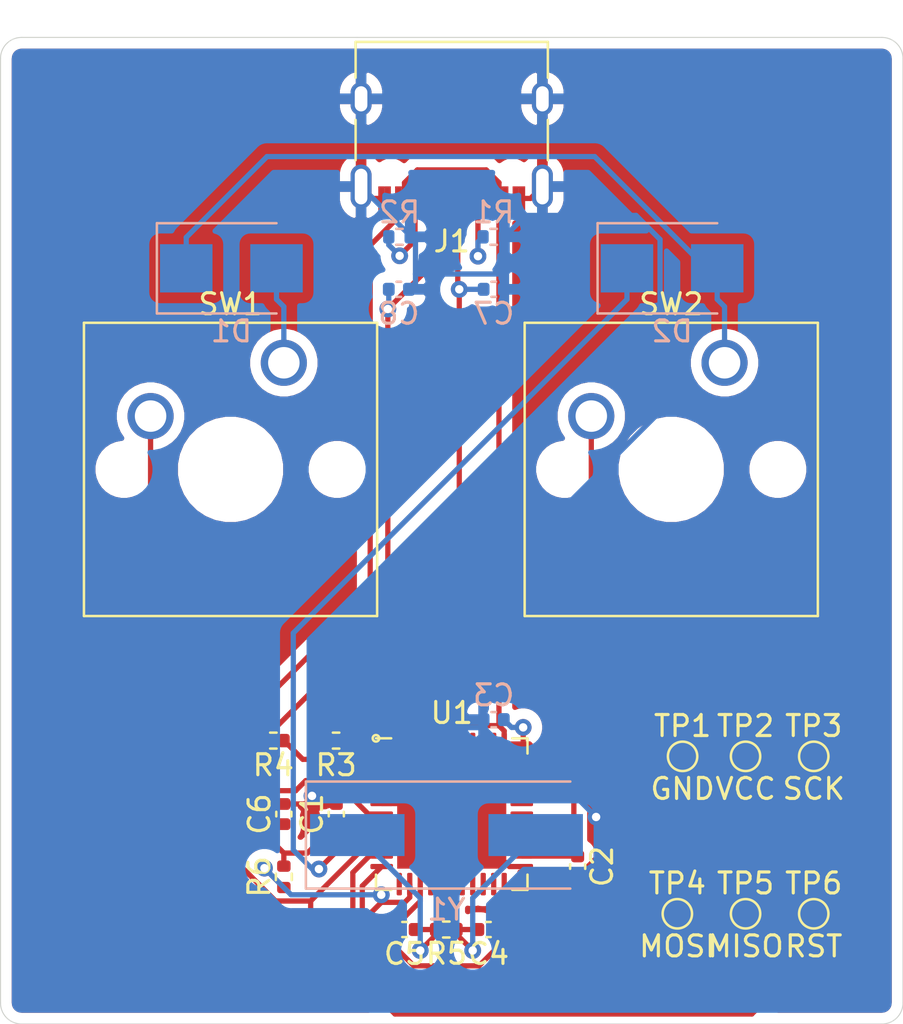
<source format=kicad_pcb>
(kicad_pcb (version 20171130) (host pcbnew "(5.1.12)-1")

  (general
    (thickness 1.6)
    (drawings 10)
    (tracks 251)
    (zones 0)
    (modules 27)
    (nets 44)
  )

  (page A4)
  (title_block
    (title "BKLabs 2x")
    (date 2024-06-22)
    (rev 1.0)
  )

  (layers
    (0 F.Cu signal)
    (31 B.Cu signal)
    (32 B.Adhes user)
    (33 F.Adhes user)
    (34 B.Paste user)
    (35 F.Paste user)
    (36 B.SilkS user)
    (37 F.SilkS user)
    (38 B.Mask user)
    (39 F.Mask user)
    (40 Dwgs.User user)
    (41 Cmts.User user)
    (42 Eco1.User user)
    (43 Eco2.User user)
    (44 Edge.Cuts user)
    (45 Margin user)
    (46 B.CrtYd user)
    (47 F.CrtYd user)
    (48 B.Fab user)
    (49 F.Fab user)
  )

  (setup
    (last_trace_width 0.25)
    (trace_clearance 0.2)
    (zone_clearance 0.508)
    (zone_45_only no)
    (trace_min 0.2)
    (via_size 0.8)
    (via_drill 0.4)
    (via_min_size 0.4)
    (via_min_drill 0.3)
    (uvia_size 0.3)
    (uvia_drill 0.1)
    (uvias_allowed no)
    (uvia_min_size 0.2)
    (uvia_min_drill 0.1)
    (edge_width 0.05)
    (segment_width 0.2)
    (pcb_text_width 0.3)
    (pcb_text_size 1.5 1.5)
    (mod_edge_width 0.12)
    (mod_text_size 1 1)
    (mod_text_width 0.15)
    (pad_size 1.524 1.524)
    (pad_drill 0.762)
    (pad_to_mask_clearance 0)
    (aux_axis_origin 0 0)
    (visible_elements 7FFFFFFF)
    (pcbplotparams
      (layerselection 0x010fc_ffffffff)
      (usegerberextensions false)
      (usegerberattributes true)
      (usegerberadvancedattributes true)
      (creategerberjobfile true)
      (excludeedgelayer true)
      (linewidth 0.100000)
      (plotframeref false)
      (viasonmask false)
      (mode 1)
      (useauxorigin false)
      (hpglpennumber 1)
      (hpglpenspeed 20)
      (hpglpendiameter 15.000000)
      (psnegative false)
      (psa4output false)
      (plotreference true)
      (plotvalue true)
      (plotinvisibletext false)
      (padsonsilk false)
      (subtractmaskfromsilk false)
      (outputformat 1)
      (mirror false)
      (drillshape 0)
      (scaleselection 1)
      (outputdirectory ""))
  )

  (net 0 "")
  (net 1 GND)
  (net 2 /VB)
  (net 3 "Net-(C4-Pad2)")
  (net 4 "Net-(C5-Pad1)")
  (net 5 "Net-(C6-Pad1)")
  (net 6 "Net-(D1-Pad1)")
  (net 7 "Net-(D1-Pad2)")
  (net 8 /R0)
  (net 9 "Net-(J1-PadB5)")
  (net 10 "Net-(J1-PadA8)")
  (net 11 /DP)
  (net 12 /DM)
  (net 13 "Net-(J1-PadA5)")
  (net 14 "Net-(J1-PadB8)")
  (net 15 "Net-(R3-Pad1)")
  (net 16 "Net-(R4-Pad1)")
  (net 17 /C0)
  (net 18 /C1)
  (net 19 "Net-(U1-Pad1)")
  (net 20 "Net-(U1-Pad12)")
  (net 21 "Net-(U1-Pad18)")
  (net 22 "Net-(U1-Pad19)")
  (net 23 "Net-(U1-Pad20)")
  (net 24 "Net-(U1-Pad21)")
  (net 25 "Net-(U1-Pad22)")
  (net 26 "Net-(U1-Pad25)")
  (net 27 "Net-(U1-Pad26)")
  (net 28 "Net-(U1-Pad27)")
  (net 29 "Net-(U1-Pad28)")
  (net 30 "Net-(U1-Pad29)")
  (net 31 "Net-(U1-Pad30)")
  (net 32 "Net-(U1-Pad31)")
  (net 33 "Net-(U1-Pad32)")
  (net 34 "Net-(U1-Pad33)")
  (net 35 "Net-(U1-Pad36)")
  (net 36 "Net-(U1-Pad37)")
  (net 37 "Net-(U1-Pad38)")
  (net 38 "Net-(U1-Pad39)")
  (net 39 "Net-(U1-Pad40)")
  (net 40 "Net-(U1-Pad41)")
  (net 41 "Net-(U1-Pad42)")
  (net 42 /RST)
  (net 43 /MISO)

  (net_class Default "This is the default net class."
    (clearance 0.2)
    (trace_width 0.25)
    (via_dia 0.8)
    (via_drill 0.4)
    (uvia_dia 0.3)
    (uvia_drill 0.1)
    (add_net /C0)
    (add_net /C1)
    (add_net /DM)
    (add_net /DP)
    (add_net /MISO)
    (add_net /R0)
    (add_net /RST)
    (add_net /VB)
    (add_net GND)
    (add_net "Net-(C4-Pad2)")
    (add_net "Net-(C5-Pad1)")
    (add_net "Net-(C6-Pad1)")
    (add_net "Net-(D1-Pad1)")
    (add_net "Net-(D1-Pad2)")
    (add_net "Net-(J1-PadA5)")
    (add_net "Net-(J1-PadA8)")
    (add_net "Net-(J1-PadB5)")
    (add_net "Net-(J1-PadB8)")
    (add_net "Net-(R3-Pad1)")
    (add_net "Net-(R4-Pad1)")
    (add_net "Net-(U1-Pad1)")
    (add_net "Net-(U1-Pad12)")
    (add_net "Net-(U1-Pad18)")
    (add_net "Net-(U1-Pad19)")
    (add_net "Net-(U1-Pad20)")
    (add_net "Net-(U1-Pad21)")
    (add_net "Net-(U1-Pad22)")
    (add_net "Net-(U1-Pad25)")
    (add_net "Net-(U1-Pad26)")
    (add_net "Net-(U1-Pad27)")
    (add_net "Net-(U1-Pad28)")
    (add_net "Net-(U1-Pad29)")
    (add_net "Net-(U1-Pad30)")
    (add_net "Net-(U1-Pad31)")
    (add_net "Net-(U1-Pad32)")
    (add_net "Net-(U1-Pad33)")
    (add_net "Net-(U1-Pad36)")
    (add_net "Net-(U1-Pad37)")
    (add_net "Net-(U1-Pad38)")
    (add_net "Net-(U1-Pad39)")
    (add_net "Net-(U1-Pad40)")
    (add_net "Net-(U1-Pad41)")
    (add_net "Net-(U1-Pad42)")
  )

  (module TestPoint:TestPoint_Pad_D1.0mm (layer F.Cu) (tedit 5A0F774F) (tstamp 66B3EED4)
    (at 167.25 114.25)
    (descr "SMD pad as test Point, diameter 1.0mm")
    (tags "test point SMD pad")
    (path /66B62F94)
    (attr virtual)
    (fp_text reference TP6 (at 0 -1.448) (layer F.SilkS)
      (effects (font (size 1 1) (thickness 0.15)))
    )
    (fp_text value RST (at 0 1.55) (layer F.SilkS)
      (effects (font (size 1 1) (thickness 0.15)))
    )
    (fp_circle (center 0 0) (end 0 0.7) (layer F.SilkS) (width 0.12))
    (fp_circle (center 0 0) (end 1 0) (layer F.CrtYd) (width 0.05))
    (fp_text user %R (at 0 -1.45) (layer F.Fab)
      (effects (font (size 1 1) (thickness 0.15)))
    )
    (pad 1 smd circle (at 0 0) (size 1 1) (layers F.Cu F.Mask)
      (net 42 /RST))
  )

  (module TestPoint:TestPoint_Pad_D1.0mm (layer F.Cu) (tedit 5A0F774F) (tstamp 66B3EECC)
    (at 164 114.25)
    (descr "SMD pad as test Point, diameter 1.0mm")
    (tags "test point SMD pad")
    (path /66B62DC6)
    (attr virtual)
    (fp_text reference TP5 (at 0 -1.448) (layer F.SilkS)
      (effects (font (size 1 1) (thickness 0.15)))
    )
    (fp_text value MISO (at 0 1.55) (layer F.SilkS)
      (effects (font (size 1 1) (thickness 0.15)))
    )
    (fp_circle (center 0 0) (end 0 0.7) (layer F.SilkS) (width 0.12))
    (fp_circle (center 0 0) (end 1 0) (layer F.CrtYd) (width 0.05))
    (fp_text user %R (at 0 -1.45) (layer F.Fab)
      (effects (font (size 1 1) (thickness 0.15)))
    )
    (pad 1 smd circle (at 0 0) (size 1 1) (layers F.Cu F.Mask)
      (net 43 /MISO))
  )

  (module TestPoint:TestPoint_Pad_D1.0mm (layer F.Cu) (tedit 5A0F774F) (tstamp 66B3EEC4)
    (at 160.75 114.25)
    (descr "SMD pad as test Point, diameter 1.0mm")
    (tags "test point SMD pad")
    (path /66B62AC1)
    (attr virtual)
    (fp_text reference TP4 (at 0 -1.448) (layer F.SilkS)
      (effects (font (size 1 1) (thickness 0.15)))
    )
    (fp_text value MOSI (at 0 1.55) (layer F.SilkS)
      (effects (font (size 1 1) (thickness 0.15)))
    )
    (fp_circle (center 0 0) (end 0 0.7) (layer F.SilkS) (width 0.12))
    (fp_circle (center 0 0) (end 1 0) (layer F.CrtYd) (width 0.05))
    (fp_text user %R (at 0 -1.45) (layer F.Fab)
      (effects (font (size 1 1) (thickness 0.15)))
    )
    (pad 1 smd circle (at 0 0) (size 1 1) (layers F.Cu F.Mask)
      (net 18 /C1))
  )

  (module TestPoint:TestPoint_Pad_D1.0mm (layer F.Cu) (tedit 5A0F774F) (tstamp 66B3EEBC)
    (at 167.25 106.75)
    (descr "SMD pad as test Point, diameter 1.0mm")
    (tags "test point SMD pad")
    (path /66B627AE)
    (attr virtual)
    (fp_text reference TP3 (at 0 -1.448) (layer F.SilkS)
      (effects (font (size 1 1) (thickness 0.15)))
    )
    (fp_text value SCK (at 0 1.55) (layer F.SilkS)
      (effects (font (size 1 1) (thickness 0.15)))
    )
    (fp_circle (center 0 0) (end 0 0.7) (layer F.SilkS) (width 0.12))
    (fp_circle (center 0 0) (end 1 0) (layer F.CrtYd) (width 0.05))
    (fp_text user %R (at 0 -1.45) (layer F.Fab)
      (effects (font (size 1 1) (thickness 0.15)))
    )
    (pad 1 smd circle (at 0 0) (size 1 1) (layers F.Cu F.Mask)
      (net 17 /C0))
  )

  (module TestPoint:TestPoint_Pad_D1.0mm (layer F.Cu) (tedit 5A0F774F) (tstamp 66B3EEB4)
    (at 164 106.75)
    (descr "SMD pad as test Point, diameter 1.0mm")
    (tags "test point SMD pad")
    (path /66B6247A)
    (attr virtual)
    (fp_text reference TP2 (at 0 -1.448) (layer F.SilkS)
      (effects (font (size 1 1) (thickness 0.15)))
    )
    (fp_text value VCC (at 0 1.55) (layer F.SilkS)
      (effects (font (size 1 1) (thickness 0.15)))
    )
    (fp_circle (center 0 0) (end 0 0.7) (layer F.SilkS) (width 0.12))
    (fp_circle (center 0 0) (end 1 0) (layer F.CrtYd) (width 0.05))
    (fp_text user %R (at 0 -1.45) (layer F.Fab)
      (effects (font (size 1 1) (thickness 0.15)))
    )
    (pad 1 smd circle (at 0 0) (size 1 1) (layers F.Cu F.Mask)
      (net 2 /VB))
  )

  (module TestPoint:TestPoint_Pad_D1.0mm (layer F.Cu) (tedit 5A0F774F) (tstamp 66B3EEAC)
    (at 161 106.75)
    (descr "SMD pad as test Point, diameter 1.0mm")
    (tags "test point SMD pad")
    (path /66B619AB)
    (attr virtual)
    (fp_text reference TP1 (at 0 -1.448) (layer F.SilkS)
      (effects (font (size 1 1) (thickness 0.15)))
    )
    (fp_text value GND (at 0 1.55) (layer F.SilkS)
      (effects (font (size 1 1) (thickness 0.15)))
    )
    (fp_circle (center 0 0) (end 0 0.7) (layer F.SilkS) (width 0.12))
    (fp_circle (center 0 0) (end 1 0) (layer F.CrtYd) (width 0.05))
    (fp_text user %R (at 0 -1.45) (layer F.Fab)
      (effects (font (size 1 1) (thickness 0.15)))
    )
    (pad 1 smd circle (at 0 0) (size 1 1) (layers F.Cu F.Mask)
      (net 1 GND))
  )

  (module Resistor_SMD:R_0402_1005Metric (layer F.Cu) (tedit 5F68FEEE) (tstamp 66B3FE17)
    (at 142 112.49 90)
    (descr "Resistor SMD 0402 (1005 Metric), square (rectangular) end terminal, IPC_7351 nominal, (Body size source: IPC-SM-782 page 72, https://www.pcb-3d.com/wordpress/wp-content/uploads/ipc-sm-782a_amendment_1_and_2.pdf), generated with kicad-footprint-generator")
    (tags resistor)
    (path /668EE3EB)
    (attr smd)
    (fp_text reference R6 (at 0 -1.17 90) (layer F.SilkS)
      (effects (font (size 1 1) (thickness 0.15)))
    )
    (fp_text value 10k (at 0 1.17 90) (layer F.Fab)
      (effects (font (size 1 1) (thickness 0.15)))
    )
    (fp_line (start 0.93 0.47) (end -0.93 0.47) (layer F.CrtYd) (width 0.05))
    (fp_line (start 0.93 -0.47) (end 0.93 0.47) (layer F.CrtYd) (width 0.05))
    (fp_line (start -0.93 -0.47) (end 0.93 -0.47) (layer F.CrtYd) (width 0.05))
    (fp_line (start -0.93 0.47) (end -0.93 -0.47) (layer F.CrtYd) (width 0.05))
    (fp_line (start -0.153641 0.38) (end 0.153641 0.38) (layer F.SilkS) (width 0.12))
    (fp_line (start -0.153641 -0.38) (end 0.153641 -0.38) (layer F.SilkS) (width 0.12))
    (fp_line (start 0.525 0.27) (end -0.525 0.27) (layer F.Fab) (width 0.1))
    (fp_line (start 0.525 -0.27) (end 0.525 0.27) (layer F.Fab) (width 0.1))
    (fp_line (start -0.525 -0.27) (end 0.525 -0.27) (layer F.Fab) (width 0.1))
    (fp_line (start -0.525 0.27) (end -0.525 -0.27) (layer F.Fab) (width 0.1))
    (fp_text user %R (at 0 0 90) (layer F.Fab)
      (effects (font (size 0.26 0.26) (thickness 0.04)))
    )
    (pad 2 smd roundrect (at 0.51 0 90) (size 0.54 0.64) (layers F.Cu F.Paste F.Mask) (roundrect_rratio 0.25)
      (net 2 /VB))
    (pad 1 smd roundrect (at -0.51 0 90) (size 0.54 0.64) (layers F.Cu F.Paste F.Mask) (roundrect_rratio 0.25)
      (net 42 /RST))
    (model ${KISYS3DMOD}/Resistor_SMD.3dshapes/R_0402_1005Metric.wrl
      (at (xyz 0 0 0))
      (scale (xyz 1 1 1))
      (rotate (xyz 0 0 0))
    )
  )

  (module Resistor_SMD:R_0402_1005Metric (layer F.Cu) (tedit 5F68FEEE) (tstamp 66B3FDE7)
    (at 149.74 115)
    (descr "Resistor SMD 0402 (1005 Metric), square (rectangular) end terminal, IPC_7351 nominal, (Body size source: IPC-SM-782 page 72, https://www.pcb-3d.com/wordpress/wp-content/uploads/ipc-sm-782a_amendment_1_and_2.pdf), generated with kicad-footprint-generator")
    (tags resistor)
    (path /668F32FC)
    (attr smd)
    (fp_text reference R5 (at 0.01 1.15) (layer F.SilkS)
      (effects (font (size 1 1) (thickness 0.15)))
    )
    (fp_text value 1M (at 0 1.17) (layer F.Fab)
      (effects (font (size 1 1) (thickness 0.15)))
    )
    (fp_line (start 0.93 0.47) (end -0.93 0.47) (layer F.CrtYd) (width 0.05))
    (fp_line (start 0.93 -0.47) (end 0.93 0.47) (layer F.CrtYd) (width 0.05))
    (fp_line (start -0.93 -0.47) (end 0.93 -0.47) (layer F.CrtYd) (width 0.05))
    (fp_line (start -0.93 0.47) (end -0.93 -0.47) (layer F.CrtYd) (width 0.05))
    (fp_line (start -0.153641 0.38) (end 0.153641 0.38) (layer F.SilkS) (width 0.12))
    (fp_line (start -0.153641 -0.38) (end 0.153641 -0.38) (layer F.SilkS) (width 0.12))
    (fp_line (start 0.525 0.27) (end -0.525 0.27) (layer F.Fab) (width 0.1))
    (fp_line (start 0.525 -0.27) (end 0.525 0.27) (layer F.Fab) (width 0.1))
    (fp_line (start -0.525 -0.27) (end 0.525 -0.27) (layer F.Fab) (width 0.1))
    (fp_line (start -0.525 0.27) (end -0.525 -0.27) (layer F.Fab) (width 0.1))
    (fp_text user %R (at 0 0) (layer F.Fab)
      (effects (font (size 0.26 0.26) (thickness 0.04)))
    )
    (pad 2 smd roundrect (at 0.51 0) (size 0.54 0.64) (layers F.Cu F.Paste F.Mask) (roundrect_rratio 0.25)
      (net 3 "Net-(C4-Pad2)"))
    (pad 1 smd roundrect (at -0.51 0) (size 0.54 0.64) (layers F.Cu F.Paste F.Mask) (roundrect_rratio 0.25)
      (net 4 "Net-(C5-Pad1)"))
    (model ${KISYS3DMOD}/Resistor_SMD.3dshapes/R_0402_1005Metric.wrl
      (at (xyz 0 0 0))
      (scale (xyz 1 1 1))
      (rotate (xyz 0 0 0))
    )
  )

  (module Capacitor_SMD:C_0402_1005Metric (layer B.Cu) (tedit 5F68FEEE) (tstamp 668F06BC)
    (at 147.48 84.5)
    (descr "Capacitor SMD 0402 (1005 Metric), square (rectangular) end terminal, IPC_7351 nominal, (Body size source: IPC-SM-782 page 76, https://www.pcb-3d.com/wordpress/wp-content/uploads/ipc-sm-782a_amendment_1_and_2.pdf), generated with kicad-footprint-generator")
    (tags capacitor)
    (path /668F178F)
    (attr smd)
    (fp_text reference C8 (at 0 1.16) (layer B.SilkS)
      (effects (font (size 1 1) (thickness 0.15)) (justify mirror))
    )
    (fp_text value 5pF (at 0 -1.16) (layer B.Fab)
      (effects (font (size 1 1) (thickness 0.15)) (justify mirror))
    )
    (fp_line (start 0.91 -0.46) (end -0.91 -0.46) (layer B.CrtYd) (width 0.05))
    (fp_line (start 0.91 0.46) (end 0.91 -0.46) (layer B.CrtYd) (width 0.05))
    (fp_line (start -0.91 0.46) (end 0.91 0.46) (layer B.CrtYd) (width 0.05))
    (fp_line (start -0.91 -0.46) (end -0.91 0.46) (layer B.CrtYd) (width 0.05))
    (fp_line (start -0.107836 -0.36) (end 0.107836 -0.36) (layer B.SilkS) (width 0.12))
    (fp_line (start -0.107836 0.36) (end 0.107836 0.36) (layer B.SilkS) (width 0.12))
    (fp_line (start 0.5 -0.25) (end -0.5 -0.25) (layer B.Fab) (width 0.1))
    (fp_line (start 0.5 0.25) (end 0.5 -0.25) (layer B.Fab) (width 0.1))
    (fp_line (start -0.5 0.25) (end 0.5 0.25) (layer B.Fab) (width 0.1))
    (fp_line (start -0.5 -0.25) (end -0.5 0.25) (layer B.Fab) (width 0.1))
    (fp_text user %R (at 0 0) (layer B.Fab)
      (effects (font (size 0.25 0.25) (thickness 0.04)) (justify mirror))
    )
    (pad 2 smd roundrect (at 0.48 0) (size 0.56 0.62) (layers B.Cu B.Paste B.Mask) (roundrect_rratio 0.25)
      (net 1 GND))
    (pad 1 smd roundrect (at -0.48 0) (size 0.56 0.62) (layers B.Cu B.Paste B.Mask) (roundrect_rratio 0.25)
      (net 11 /DP))
    (model ${KISYS3DMOD}/Capacitor_SMD.3dshapes/C_0402_1005Metric.wrl
      (at (xyz 0 0 0))
      (scale (xyz 1 1 1))
      (rotate (xyz 0 0 0))
    )
  )

  (module Capacitor_SMD:C_0402_1005Metric (layer B.Cu) (tedit 5F68FEEE) (tstamp 668F06AB)
    (at 152 84.5)
    (descr "Capacitor SMD 0402 (1005 Metric), square (rectangular) end terminal, IPC_7351 nominal, (Body size source: IPC-SM-782 page 76, https://www.pcb-3d.com/wordpress/wp-content/uploads/ipc-sm-782a_amendment_1_and_2.pdf), generated with kicad-footprint-generator")
    (tags capacitor)
    (path /668F0D1A)
    (attr smd)
    (fp_text reference C7 (at 0 1.16) (layer B.SilkS)
      (effects (font (size 1 1) (thickness 0.15)) (justify mirror))
    )
    (fp_text value 5pF (at 0 -1.16) (layer B.Fab)
      (effects (font (size 1 1) (thickness 0.15)) (justify mirror))
    )
    (fp_line (start 0.91 -0.46) (end -0.91 -0.46) (layer B.CrtYd) (width 0.05))
    (fp_line (start 0.91 0.46) (end 0.91 -0.46) (layer B.CrtYd) (width 0.05))
    (fp_line (start -0.91 0.46) (end 0.91 0.46) (layer B.CrtYd) (width 0.05))
    (fp_line (start -0.91 -0.46) (end -0.91 0.46) (layer B.CrtYd) (width 0.05))
    (fp_line (start -0.107836 -0.36) (end 0.107836 -0.36) (layer B.SilkS) (width 0.12))
    (fp_line (start -0.107836 0.36) (end 0.107836 0.36) (layer B.SilkS) (width 0.12))
    (fp_line (start 0.5 -0.25) (end -0.5 -0.25) (layer B.Fab) (width 0.1))
    (fp_line (start 0.5 0.25) (end 0.5 -0.25) (layer B.Fab) (width 0.1))
    (fp_line (start -0.5 0.25) (end 0.5 0.25) (layer B.Fab) (width 0.1))
    (fp_line (start -0.5 -0.25) (end -0.5 0.25) (layer B.Fab) (width 0.1))
    (fp_text user %R (at 0 0) (layer B.Fab)
      (effects (font (size 0.25 0.25) (thickness 0.04)) (justify mirror))
    )
    (pad 2 smd roundrect (at 0.48 0) (size 0.56 0.62) (layers B.Cu B.Paste B.Mask) (roundrect_rratio 0.25)
      (net 1 GND))
    (pad 1 smd roundrect (at -0.48 0) (size 0.56 0.62) (layers B.Cu B.Paste B.Mask) (roundrect_rratio 0.25)
      (net 12 /DM))
    (model ${KISYS3DMOD}/Capacitor_SMD.3dshapes/C_0402_1005Metric.wrl
      (at (xyz 0 0 0))
      (scale (xyz 1 1 1))
      (rotate (xyz 0 0 0))
    )
  )

  (module Capacitor_SMD:C_0402_1005Metric (layer F.Cu) (tedit 5F68FEEE) (tstamp 66B3FDB7)
    (at 144.5 109.5 90)
    (descr "Capacitor SMD 0402 (1005 Metric), square (rectangular) end terminal, IPC_7351 nominal, (Body size source: IPC-SM-782 page 76, https://www.pcb-3d.com/wordpress/wp-content/uploads/ipc-sm-782a_amendment_1_and_2.pdf), generated with kicad-footprint-generator")
    (tags capacitor)
    (path /6679C95A)
    (attr smd)
    (fp_text reference C1 (at 0 -1.16 90) (layer F.SilkS)
      (effects (font (size 1 1) (thickness 0.15)))
    )
    (fp_text value 100nF (at 0 1.16 90) (layer F.Fab)
      (effects (font (size 1 1) (thickness 0.15)))
    )
    (fp_line (start 0.91 0.46) (end -0.91 0.46) (layer F.CrtYd) (width 0.05))
    (fp_line (start 0.91 -0.46) (end 0.91 0.46) (layer F.CrtYd) (width 0.05))
    (fp_line (start -0.91 -0.46) (end 0.91 -0.46) (layer F.CrtYd) (width 0.05))
    (fp_line (start -0.91 0.46) (end -0.91 -0.46) (layer F.CrtYd) (width 0.05))
    (fp_line (start -0.107836 0.36) (end 0.107836 0.36) (layer F.SilkS) (width 0.12))
    (fp_line (start -0.107836 -0.36) (end 0.107836 -0.36) (layer F.SilkS) (width 0.12))
    (fp_line (start 0.5 0.25) (end -0.5 0.25) (layer F.Fab) (width 0.1))
    (fp_line (start 0.5 -0.25) (end 0.5 0.25) (layer F.Fab) (width 0.1))
    (fp_line (start -0.5 -0.25) (end 0.5 -0.25) (layer F.Fab) (width 0.1))
    (fp_line (start -0.5 0.25) (end -0.5 -0.25) (layer F.Fab) (width 0.1))
    (fp_text user %R (at 0 0 90) (layer F.Fab)
      (effects (font (size 0.25 0.25) (thickness 0.04)))
    )
    (pad 2 smd roundrect (at 0.48 0 90) (size 0.56 0.62) (layers F.Cu F.Paste F.Mask) (roundrect_rratio 0.25)
      (net 1 GND))
    (pad 1 smd roundrect (at -0.48 0 90) (size 0.56 0.62) (layers F.Cu F.Paste F.Mask) (roundrect_rratio 0.25)
      (net 2 /VB))
    (model ${KISYS3DMOD}/Capacitor_SMD.3dshapes/C_0402_1005Metric.wrl
      (at (xyz 0 0 0))
      (scale (xyz 1 1 1))
      (rotate (xyz 0 0 0))
    )
  )

  (module Capacitor_SMD:C_0402_1005Metric (layer F.Cu) (tedit 5F68FEEE) (tstamp 66B3FD27)
    (at 156 112 270)
    (descr "Capacitor SMD 0402 (1005 Metric), square (rectangular) end terminal, IPC_7351 nominal, (Body size source: IPC-SM-782 page 76, https://www.pcb-3d.com/wordpress/wp-content/uploads/ipc-sm-782a_amendment_1_and_2.pdf), generated with kicad-footprint-generator")
    (tags capacitor)
    (path /6679D0EF)
    (attr smd)
    (fp_text reference C2 (at 0 -1.16 90) (layer F.SilkS)
      (effects (font (size 1 1) (thickness 0.15)))
    )
    (fp_text value 100nF (at 0 1.16 90) (layer F.Fab)
      (effects (font (size 1 1) (thickness 0.15)))
    )
    (fp_line (start -0.5 0.25) (end -0.5 -0.25) (layer F.Fab) (width 0.1))
    (fp_line (start -0.5 -0.25) (end 0.5 -0.25) (layer F.Fab) (width 0.1))
    (fp_line (start 0.5 -0.25) (end 0.5 0.25) (layer F.Fab) (width 0.1))
    (fp_line (start 0.5 0.25) (end -0.5 0.25) (layer F.Fab) (width 0.1))
    (fp_line (start -0.107836 -0.36) (end 0.107836 -0.36) (layer F.SilkS) (width 0.12))
    (fp_line (start -0.107836 0.36) (end 0.107836 0.36) (layer F.SilkS) (width 0.12))
    (fp_line (start -0.91 0.46) (end -0.91 -0.46) (layer F.CrtYd) (width 0.05))
    (fp_line (start -0.91 -0.46) (end 0.91 -0.46) (layer F.CrtYd) (width 0.05))
    (fp_line (start 0.91 -0.46) (end 0.91 0.46) (layer F.CrtYd) (width 0.05))
    (fp_line (start 0.91 0.46) (end -0.91 0.46) (layer F.CrtYd) (width 0.05))
    (fp_text user %R (at 0 0 90) (layer F.Fab)
      (effects (font (size 0.25 0.25) (thickness 0.04)))
    )
    (pad 1 smd roundrect (at -0.48 0 270) (size 0.56 0.62) (layers F.Cu F.Paste F.Mask) (roundrect_rratio 0.25)
      (net 2 /VB))
    (pad 2 smd roundrect (at 0.48 0 270) (size 0.56 0.62) (layers F.Cu F.Paste F.Mask) (roundrect_rratio 0.25)
      (net 1 GND))
    (model ${KISYS3DMOD}/Capacitor_SMD.3dshapes/C_0402_1005Metric.wrl
      (at (xyz 0 0 0))
      (scale (xyz 1 1 1))
      (rotate (xyz 0 0 0))
    )
  )

  (module Capacitor_SMD:C_0402_1005Metric (layer B.Cu) (tedit 5F68FEEE) (tstamp 66B3FD87)
    (at 152 105 180)
    (descr "Capacitor SMD 0402 (1005 Metric), square (rectangular) end terminal, IPC_7351 nominal, (Body size source: IPC-SM-782 page 76, https://www.pcb-3d.com/wordpress/wp-content/uploads/ipc-sm-782a_amendment_1_and_2.pdf), generated with kicad-footprint-generator")
    (tags capacitor)
    (path /6679D4AF)
    (attr smd)
    (fp_text reference C3 (at 0 1.16) (layer B.SilkS)
      (effects (font (size 1 1) (thickness 0.15)) (justify mirror))
    )
    (fp_text value 100nF (at 0 -1.16) (layer B.Fab)
      (effects (font (size 1 1) (thickness 0.15)) (justify mirror))
    )
    (fp_line (start 0.91 -0.46) (end -0.91 -0.46) (layer B.CrtYd) (width 0.05))
    (fp_line (start 0.91 0.46) (end 0.91 -0.46) (layer B.CrtYd) (width 0.05))
    (fp_line (start -0.91 0.46) (end 0.91 0.46) (layer B.CrtYd) (width 0.05))
    (fp_line (start -0.91 -0.46) (end -0.91 0.46) (layer B.CrtYd) (width 0.05))
    (fp_line (start -0.107836 -0.36) (end 0.107836 -0.36) (layer B.SilkS) (width 0.12))
    (fp_line (start -0.107836 0.36) (end 0.107836 0.36) (layer B.SilkS) (width 0.12))
    (fp_line (start 0.5 -0.25) (end -0.5 -0.25) (layer B.Fab) (width 0.1))
    (fp_line (start 0.5 0.25) (end 0.5 -0.25) (layer B.Fab) (width 0.1))
    (fp_line (start -0.5 0.25) (end 0.5 0.25) (layer B.Fab) (width 0.1))
    (fp_line (start -0.5 -0.25) (end -0.5 0.25) (layer B.Fab) (width 0.1))
    (fp_text user %R (at 0 0) (layer B.Fab)
      (effects (font (size 0.25 0.25) (thickness 0.04)) (justify mirror))
    )
    (pad 2 smd roundrect (at 0.48 0 180) (size 0.56 0.62) (layers B.Cu B.Paste B.Mask) (roundrect_rratio 0.25)
      (net 1 GND))
    (pad 1 smd roundrect (at -0.48 0 180) (size 0.56 0.62) (layers B.Cu B.Paste B.Mask) (roundrect_rratio 0.25)
      (net 2 /VB))
    (model ${KISYS3DMOD}/Capacitor_SMD.3dshapes/C_0402_1005Metric.wrl
      (at (xyz 0 0 0))
      (scale (xyz 1 1 1))
      (rotate (xyz 0 0 0))
    )
  )

  (module Capacitor_SMD:C_0402_1005Metric (layer F.Cu) (tedit 5F68FEEE) (tstamp 66B3FB35)
    (at 151.75 115 180)
    (descr "Capacitor SMD 0402 (1005 Metric), square (rectangular) end terminal, IPC_7351 nominal, (Body size source: IPC-SM-782 page 76, https://www.pcb-3d.com/wordpress/wp-content/uploads/ipc-sm-782a_amendment_1_and_2.pdf), generated with kicad-footprint-generator")
    (tags capacitor)
    (path /667991D8)
    (attr smd)
    (fp_text reference C4 (at 0 -1.16) (layer F.SilkS)
      (effects (font (size 1 1) (thickness 0.15)))
    )
    (fp_text value 15pF (at 0 1.16) (layer F.Fab)
      (effects (font (size 1 1) (thickness 0.15)))
    )
    (fp_line (start -0.5 0.25) (end -0.5 -0.25) (layer F.Fab) (width 0.1))
    (fp_line (start -0.5 -0.25) (end 0.5 -0.25) (layer F.Fab) (width 0.1))
    (fp_line (start 0.5 -0.25) (end 0.5 0.25) (layer F.Fab) (width 0.1))
    (fp_line (start 0.5 0.25) (end -0.5 0.25) (layer F.Fab) (width 0.1))
    (fp_line (start -0.107836 -0.36) (end 0.107836 -0.36) (layer F.SilkS) (width 0.12))
    (fp_line (start -0.107836 0.36) (end 0.107836 0.36) (layer F.SilkS) (width 0.12))
    (fp_line (start -0.91 0.46) (end -0.91 -0.46) (layer F.CrtYd) (width 0.05))
    (fp_line (start -0.91 -0.46) (end 0.91 -0.46) (layer F.CrtYd) (width 0.05))
    (fp_line (start 0.91 -0.46) (end 0.91 0.46) (layer F.CrtYd) (width 0.05))
    (fp_line (start 0.91 0.46) (end -0.91 0.46) (layer F.CrtYd) (width 0.05))
    (fp_text user %R (at 0 0) (layer F.Fab)
      (effects (font (size 0.25 0.25) (thickness 0.04)))
    )
    (pad 1 smd roundrect (at -0.48 0 180) (size 0.56 0.62) (layers F.Cu F.Paste F.Mask) (roundrect_rratio 0.25)
      (net 1 GND))
    (pad 2 smd roundrect (at 0.48 0 180) (size 0.56 0.62) (layers F.Cu F.Paste F.Mask) (roundrect_rratio 0.25)
      (net 3 "Net-(C4-Pad2)"))
    (model ${KISYS3DMOD}/Capacitor_SMD.3dshapes/C_0402_1005Metric.wrl
      (at (xyz 0 0 0))
      (scale (xyz 1 1 1))
      (rotate (xyz 0 0 0))
    )
  )

  (module Capacitor_SMD:C_0402_1005Metric (layer F.Cu) (tedit 5F68FEEE) (tstamp 66B3FCB8)
    (at 147.75 115 180)
    (descr "Capacitor SMD 0402 (1005 Metric), square (rectangular) end terminal, IPC_7351 nominal, (Body size source: IPC-SM-782 page 76, https://www.pcb-3d.com/wordpress/wp-content/uploads/ipc-sm-782a_amendment_1_and_2.pdf), generated with kicad-footprint-generator")
    (tags capacitor)
    (path /66797C88)
    (attr smd)
    (fp_text reference C5 (at 0 -1.16) (layer F.SilkS)
      (effects (font (size 1 1) (thickness 0.15)))
    )
    (fp_text value 15pF (at 0 1.16) (layer F.Fab)
      (effects (font (size 1 1) (thickness 0.15)))
    )
    (fp_line (start 0.91 0.46) (end -0.91 0.46) (layer F.CrtYd) (width 0.05))
    (fp_line (start 0.91 -0.46) (end 0.91 0.46) (layer F.CrtYd) (width 0.05))
    (fp_line (start -0.91 -0.46) (end 0.91 -0.46) (layer F.CrtYd) (width 0.05))
    (fp_line (start -0.91 0.46) (end -0.91 -0.46) (layer F.CrtYd) (width 0.05))
    (fp_line (start -0.107836 0.36) (end 0.107836 0.36) (layer F.SilkS) (width 0.12))
    (fp_line (start -0.107836 -0.36) (end 0.107836 -0.36) (layer F.SilkS) (width 0.12))
    (fp_line (start 0.5 0.25) (end -0.5 0.25) (layer F.Fab) (width 0.1))
    (fp_line (start 0.5 -0.25) (end 0.5 0.25) (layer F.Fab) (width 0.1))
    (fp_line (start -0.5 -0.25) (end 0.5 -0.25) (layer F.Fab) (width 0.1))
    (fp_line (start -0.5 0.25) (end -0.5 -0.25) (layer F.Fab) (width 0.1))
    (fp_text user %R (at 0 0) (layer F.Fab)
      (effects (font (size 0.25 0.25) (thickness 0.04)))
    )
    (pad 2 smd roundrect (at 0.48 0 180) (size 0.56 0.62) (layers F.Cu F.Paste F.Mask) (roundrect_rratio 0.25)
      (net 1 GND))
    (pad 1 smd roundrect (at -0.48 0 180) (size 0.56 0.62) (layers F.Cu F.Paste F.Mask) (roundrect_rratio 0.25)
      (net 4 "Net-(C5-Pad1)"))
    (model ${KISYS3DMOD}/Capacitor_SMD.3dshapes/C_0402_1005Metric.wrl
      (at (xyz 0 0 0))
      (scale (xyz 1 1 1))
      (rotate (xyz 0 0 0))
    )
  )

  (module Capacitor_SMD:C_0402_1005Metric (layer F.Cu) (tedit 5F68FEEE) (tstamp 66B3FD57)
    (at 142 109.5 90)
    (descr "Capacitor SMD 0402 (1005 Metric), square (rectangular) end terminal, IPC_7351 nominal, (Body size source: IPC-SM-782 page 76, https://www.pcb-3d.com/wordpress/wp-content/uploads/ipc-sm-782a_amendment_1_and_2.pdf), generated with kicad-footprint-generator")
    (tags capacitor)
    (path /6676CB90)
    (attr smd)
    (fp_text reference C6 (at 0 -1.16 90) (layer F.SilkS)
      (effects (font (size 1 1) (thickness 0.15)))
    )
    (fp_text value 1uF (at 0 1.16 90) (layer F.Fab)
      (effects (font (size 1 1) (thickness 0.15)))
    )
    (fp_line (start -0.5 0.25) (end -0.5 -0.25) (layer F.Fab) (width 0.1))
    (fp_line (start -0.5 -0.25) (end 0.5 -0.25) (layer F.Fab) (width 0.1))
    (fp_line (start 0.5 -0.25) (end 0.5 0.25) (layer F.Fab) (width 0.1))
    (fp_line (start 0.5 0.25) (end -0.5 0.25) (layer F.Fab) (width 0.1))
    (fp_line (start -0.107836 -0.36) (end 0.107836 -0.36) (layer F.SilkS) (width 0.12))
    (fp_line (start -0.107836 0.36) (end 0.107836 0.36) (layer F.SilkS) (width 0.12))
    (fp_line (start -0.91 0.46) (end -0.91 -0.46) (layer F.CrtYd) (width 0.05))
    (fp_line (start -0.91 -0.46) (end 0.91 -0.46) (layer F.CrtYd) (width 0.05))
    (fp_line (start 0.91 -0.46) (end 0.91 0.46) (layer F.CrtYd) (width 0.05))
    (fp_line (start 0.91 0.46) (end -0.91 0.46) (layer F.CrtYd) (width 0.05))
    (fp_text user %R (at 0 0 90) (layer F.Fab)
      (effects (font (size 0.25 0.25) (thickness 0.04)))
    )
    (pad 1 smd roundrect (at -0.48 0 90) (size 0.56 0.62) (layers F.Cu F.Paste F.Mask) (roundrect_rratio 0.25)
      (net 5 "Net-(C6-Pad1)"))
    (pad 2 smd roundrect (at 0.48 0 90) (size 0.56 0.62) (layers F.Cu F.Paste F.Mask) (roundrect_rratio 0.25)
      (net 1 GND))
    (model ${KISYS3DMOD}/Capacitor_SMD.3dshapes/C_0402_1005Metric.wrl
      (at (xyz 0 0 0))
      (scale (xyz 1 1 1))
      (rotate (xyz 0 0 0))
    )
  )

  (module Diode_SMD:D_SMB (layer B.Cu) (tedit 58645DF3) (tstamp 6676CC89)
    (at 139.5 83.5)
    (descr "Diode SMB (DO-214AA)")
    (tags "Diode SMB (DO-214AA)")
    (path /66788E7E)
    (attr smd)
    (fp_text reference D1 (at 0 3) (layer B.SilkS)
      (effects (font (size 1 1) (thickness 0.15)) (justify mirror))
    )
    (fp_text value SS34B (at 0 -3.1) (layer B.Fab)
      (effects (font (size 1 1) (thickness 0.15)) (justify mirror))
    )
    (fp_line (start -3.55 2.15) (end -3.55 -2.15) (layer B.SilkS) (width 0.12))
    (fp_line (start 2.3 -2) (end -2.3 -2) (layer B.Fab) (width 0.1))
    (fp_line (start -2.3 -2) (end -2.3 2) (layer B.Fab) (width 0.1))
    (fp_line (start 2.3 2) (end 2.3 -2) (layer B.Fab) (width 0.1))
    (fp_line (start 2.3 2) (end -2.3 2) (layer B.Fab) (width 0.1))
    (fp_line (start -3.65 2.25) (end 3.65 2.25) (layer B.CrtYd) (width 0.05))
    (fp_line (start 3.65 2.25) (end 3.65 -2.25) (layer B.CrtYd) (width 0.05))
    (fp_line (start 3.65 -2.25) (end -3.65 -2.25) (layer B.CrtYd) (width 0.05))
    (fp_line (start -3.65 -2.25) (end -3.65 2.25) (layer B.CrtYd) (width 0.05))
    (fp_line (start -0.64944 -0.00102) (end -1.55114 -0.00102) (layer B.Fab) (width 0.1))
    (fp_line (start 0.50118 -0.00102) (end 1.4994 -0.00102) (layer B.Fab) (width 0.1))
    (fp_line (start -0.64944 0.79908) (end -0.64944 -0.80112) (layer B.Fab) (width 0.1))
    (fp_line (start 0.50118 -0.75032) (end 0.50118 0.79908) (layer B.Fab) (width 0.1))
    (fp_line (start -0.64944 -0.00102) (end 0.50118 -0.75032) (layer B.Fab) (width 0.1))
    (fp_line (start -0.64944 -0.00102) (end 0.50118 0.79908) (layer B.Fab) (width 0.1))
    (fp_line (start -3.55 -2.15) (end 2.15 -2.15) (layer B.SilkS) (width 0.12))
    (fp_line (start -3.55 2.15) (end 2.15 2.15) (layer B.SilkS) (width 0.12))
    (fp_text user %R (at 0 3) (layer B.Fab)
      (effects (font (size 1 1) (thickness 0.15)) (justify mirror))
    )
    (pad 1 smd rect (at -2.15 0) (size 2.5 2.3) (layers B.Cu B.Paste B.Mask)
      (net 6 "Net-(D1-Pad1)"))
    (pad 2 smd rect (at 2.15 0) (size 2.5 2.3) (layers B.Cu B.Paste B.Mask)
      (net 7 "Net-(D1-Pad2)"))
    (model ${KISYS3DMOD}/Diode_SMD.3dshapes/D_SMB.wrl
      (at (xyz 0 0 0))
      (scale (xyz 1 1 1))
      (rotate (xyz 0 0 0))
    )
  )

  (module Diode_SMD:D_SMB (layer B.Cu) (tedit 58645DF3) (tstamp 6676CCA1)
    (at 160.5 83.5)
    (descr "Diode SMB (DO-214AA)")
    (tags "Diode SMB (DO-214AA)")
    (path /6678A85C)
    (attr smd)
    (fp_text reference D2 (at 0 3) (layer B.SilkS)
      (effects (font (size 1 1) (thickness 0.15)) (justify mirror))
    )
    (fp_text value SS34B (at 0 -3.1) (layer B.Fab)
      (effects (font (size 1 1) (thickness 0.15)) (justify mirror))
    )
    (fp_line (start -3.55 2.15) (end 2.15 2.15) (layer B.SilkS) (width 0.12))
    (fp_line (start -3.55 -2.15) (end 2.15 -2.15) (layer B.SilkS) (width 0.12))
    (fp_line (start -0.64944 -0.00102) (end 0.50118 0.79908) (layer B.Fab) (width 0.1))
    (fp_line (start -0.64944 -0.00102) (end 0.50118 -0.75032) (layer B.Fab) (width 0.1))
    (fp_line (start 0.50118 -0.75032) (end 0.50118 0.79908) (layer B.Fab) (width 0.1))
    (fp_line (start -0.64944 0.79908) (end -0.64944 -0.80112) (layer B.Fab) (width 0.1))
    (fp_line (start 0.50118 -0.00102) (end 1.4994 -0.00102) (layer B.Fab) (width 0.1))
    (fp_line (start -0.64944 -0.00102) (end -1.55114 -0.00102) (layer B.Fab) (width 0.1))
    (fp_line (start -3.65 -2.25) (end -3.65 2.25) (layer B.CrtYd) (width 0.05))
    (fp_line (start 3.65 -2.25) (end -3.65 -2.25) (layer B.CrtYd) (width 0.05))
    (fp_line (start 3.65 2.25) (end 3.65 -2.25) (layer B.CrtYd) (width 0.05))
    (fp_line (start -3.65 2.25) (end 3.65 2.25) (layer B.CrtYd) (width 0.05))
    (fp_line (start 2.3 2) (end -2.3 2) (layer B.Fab) (width 0.1))
    (fp_line (start 2.3 2) (end 2.3 -2) (layer B.Fab) (width 0.1))
    (fp_line (start -2.3 -2) (end -2.3 2) (layer B.Fab) (width 0.1))
    (fp_line (start 2.3 -2) (end -2.3 -2) (layer B.Fab) (width 0.1))
    (fp_line (start -3.55 2.15) (end -3.55 -2.15) (layer B.SilkS) (width 0.12))
    (fp_text user %R (at 0 3) (layer B.Fab)
      (effects (font (size 1 1) (thickness 0.15)) (justify mirror))
    )
    (pad 2 smd rect (at 2.15 0) (size 2.5 2.3) (layers B.Cu B.Paste B.Mask)
      (net 6 "Net-(D1-Pad1)"))
    (pad 1 smd rect (at -2.15 0) (size 2.5 2.3) (layers B.Cu B.Paste B.Mask)
      (net 8 /R0))
    (model ${KISYS3DMOD}/Diode_SMD.3dshapes/D_SMB.wrl
      (at (xyz 0 0 0))
      (scale (xyz 1 1 1))
      (rotate (xyz 0 0 0))
    )
  )

  (module Connector_USB:USB_C_Receptacle_XKB_U262-16XN-4BVC11 (layer F.Cu) (tedit 5E1305FC) (tstamp 6676CCC9)
    (at 150 76.5 180)
    (descr "USB Type C, right-angle, SMT, https://datasheet.lcsc.com/szlcsc/1811141824_XKB-Enterprise-U262-161N-4BVC11_C319148.pdf")
    (tags "USB C Type-C Receptacle SMD")
    (path /6676FB33)
    (attr smd)
    (fp_text reference J1 (at 0 -5.715) (layer F.SilkS)
      (effects (font (size 1 1) (thickness 0.15)))
    )
    (fp_text value USB_C_Receptacle_USB2.0 (at 0 4.935) (layer F.Fab)
      (effects (font (size 1 1) (thickness 0.15)))
    )
    (fp_line (start -4.58 -1.85) (end -4.58 0.07) (layer F.SilkS) (width 0.12))
    (fp_line (start 4.58 0.07) (end 4.58 -1.85) (layer F.SilkS) (width 0.12))
    (fp_line (start 4.58 2.08) (end 4.58 3.785) (layer F.SilkS) (width 0.12))
    (fp_line (start -4.58 3.785) (end -4.58 2.08) (layer F.SilkS) (width 0.12))
    (fp_line (start 4.58 3.785) (end -4.58 3.785) (layer F.SilkS) (width 0.12))
    (fp_line (start -5.32 -4.75) (end 5.32 -4.75) (layer F.CrtYd) (width 0.05))
    (fp_line (start 5.32 -4.75) (end 5.32 4.18) (layer F.CrtYd) (width 0.05))
    (fp_line (start 5.32 4.18) (end -5.32 4.18) (layer F.CrtYd) (width 0.05))
    (fp_line (start -5.32 4.18) (end -5.32 -4.75) (layer F.CrtYd) (width 0.05))
    (fp_line (start -4.47 -3.675) (end -4.47 3.675) (layer F.Fab) (width 0.1))
    (fp_line (start -4.47 3.675) (end 4.47 3.675) (layer F.Fab) (width 0.1))
    (fp_line (start 4.47 3.675) (end 4.47 -3.675) (layer F.Fab) (width 0.1))
    (fp_line (start -4.47 -3.675) (end 4.47 -3.675) (layer F.Fab) (width 0.1))
    (fp_text user %R (at 0 0) (layer F.Fab)
      (effects (font (size 1 1) (thickness 0.15)))
    )
    (pad S1 thru_hole oval (at -4.32 -3.105 180) (size 1 2.1) (drill oval 0.6 1.7) (layers *.Cu *.Mask)
      (net 1 GND))
    (pad S1 thru_hole oval (at 4.32 -3.105 180) (size 1 2.1) (drill oval 0.6 1.7) (layers *.Cu *.Mask)
      (net 1 GND))
    (pad S1 thru_hole oval (at -4.32 1.075 180) (size 1 1.6) (drill oval 0.6 1.2) (layers *.Cu *.Mask)
      (net 1 GND))
    (pad S1 thru_hole oval (at 4.32 1.075 180) (size 1 1.6) (drill oval 0.6 1.2) (layers *.Cu *.Mask)
      (net 1 GND))
    (pad "" np_thru_hole circle (at 2.89 -2.605 180) (size 0.65 0.65) (drill 0.65) (layers *.Cu *.Mask))
    (pad "" np_thru_hole circle (at -2.89 -2.605 180) (size 0.65 0.65) (drill 0.65) (layers *.Cu *.Mask))
    (pad B1 smd rect (at 3.05 -3.67 180) (size 0.3 1.15) (layers F.Cu F.Paste F.Mask)
      (net 1 GND))
    (pad B4 smd rect (at 2.25 -3.67 180) (size 0.3 1.15) (layers F.Cu F.Paste F.Mask)
      (net 2 /VB))
    (pad B5 smd rect (at 1.75 -3.67 180) (size 0.3 1.15) (layers F.Cu F.Paste F.Mask)
      (net 9 "Net-(J1-PadB5)"))
    (pad A8 smd rect (at 1.25 -3.67 180) (size 0.3 1.15) (layers F.Cu F.Paste F.Mask)
      (net 10 "Net-(J1-PadA8)"))
    (pad B6 smd rect (at 0.75 -3.67 180) (size 0.3 1.15) (layers F.Cu F.Paste F.Mask)
      (net 11 /DP))
    (pad A7 smd rect (at 0.25 -3.67 180) (size 0.3 1.15) (layers F.Cu F.Paste F.Mask)
      (net 12 /DM))
    (pad A6 smd rect (at -0.25 -3.67 180) (size 0.3 1.15) (layers F.Cu F.Paste F.Mask)
      (net 11 /DP))
    (pad B7 smd rect (at -0.75 -3.67 180) (size 0.3 1.15) (layers F.Cu F.Paste F.Mask)
      (net 12 /DM))
    (pad A5 smd rect (at -1.25 -3.67 180) (size 0.3 1.15) (layers F.Cu F.Paste F.Mask)
      (net 13 "Net-(J1-PadA5)"))
    (pad B8 smd rect (at -1.75 -3.67 180) (size 0.3 1.15) (layers F.Cu F.Paste F.Mask)
      (net 14 "Net-(J1-PadB8)"))
    (pad A4 smd rect (at -2.55 -3.67 180) (size 0.3 1.15) (layers F.Cu F.Paste F.Mask)
      (net 2 /VB))
    (pad A1 smd rect (at -3.35 -3.67 180) (size 0.3 1.15) (layers F.Cu F.Paste F.Mask)
      (net 1 GND))
    (pad B12 smd rect (at -3.05 -3.67 180) (size 0.3 1.15) (layers F.Cu F.Paste F.Mask)
      (net 1 GND))
    (pad B9 smd rect (at -2.25 -3.67 180) (size 0.3 1.15) (layers F.Cu F.Paste F.Mask)
      (net 2 /VB))
    (pad A9 smd rect (at 2.55 -3.67 180) (size 0.3 1.15) (layers F.Cu F.Paste F.Mask)
      (net 2 /VB))
    (pad A12 smd rect (at 3.35 -3.67 180) (size 0.3 1.15) (layers F.Cu F.Paste F.Mask)
      (net 1 GND))
    (model ${KISYS3DMOD}/Connector_USB.3dshapes/USB_C_Receptacle_XKB_U262-16XN-4BVC11.wrl
      (at (xyz 0 0 0))
      (scale (xyz 1 1 1))
      (rotate (xyz 0 0 0))
    )
  )

  (module Resistor_SMD:R_0402_1005Metric (layer B.Cu) (tedit 5F68FEEE) (tstamp 6676EA32)
    (at 152 82 180)
    (descr "Resistor SMD 0402 (1005 Metric), square (rectangular) end terminal, IPC_7351 nominal, (Body size source: IPC-SM-782 page 72, https://www.pcb-3d.com/wordpress/wp-content/uploads/ipc-sm-782a_amendment_1_and_2.pdf), generated with kicad-footprint-generator")
    (tags resistor)
    (path /6677C97A)
    (attr smd)
    (fp_text reference R1 (at 0 1.17) (layer B.SilkS)
      (effects (font (size 1 1) (thickness 0.15)) (justify mirror))
    )
    (fp_text value 5.1k (at 0 -1.17) (layer B.Fab)
      (effects (font (size 1 1) (thickness 0.15)) (justify mirror))
    )
    (fp_line (start -0.525 -0.27) (end -0.525 0.27) (layer B.Fab) (width 0.1))
    (fp_line (start -0.525 0.27) (end 0.525 0.27) (layer B.Fab) (width 0.1))
    (fp_line (start 0.525 0.27) (end 0.525 -0.27) (layer B.Fab) (width 0.1))
    (fp_line (start 0.525 -0.27) (end -0.525 -0.27) (layer B.Fab) (width 0.1))
    (fp_line (start -0.153641 0.38) (end 0.153641 0.38) (layer B.SilkS) (width 0.12))
    (fp_line (start -0.153641 -0.38) (end 0.153641 -0.38) (layer B.SilkS) (width 0.12))
    (fp_line (start -0.93 -0.47) (end -0.93 0.47) (layer B.CrtYd) (width 0.05))
    (fp_line (start -0.93 0.47) (end 0.93 0.47) (layer B.CrtYd) (width 0.05))
    (fp_line (start 0.93 0.47) (end 0.93 -0.47) (layer B.CrtYd) (width 0.05))
    (fp_line (start 0.93 -0.47) (end -0.93 -0.47) (layer B.CrtYd) (width 0.05))
    (fp_text user %R (at 0 0) (layer B.Fab)
      (effects (font (size 0.26 0.26) (thickness 0.04)) (justify mirror))
    )
    (pad 1 smd roundrect (at -0.51 0 180) (size 0.54 0.64) (layers B.Cu B.Paste B.Mask) (roundrect_rratio 0.25)
      (net 1 GND))
    (pad 2 smd roundrect (at 0.51 0 180) (size 0.54 0.64) (layers B.Cu B.Paste B.Mask) (roundrect_rratio 0.25)
      (net 13 "Net-(J1-PadA5)"))
    (model ${KISYS3DMOD}/Resistor_SMD.3dshapes/R_0402_1005Metric.wrl
      (at (xyz 0 0 0))
      (scale (xyz 1 1 1))
      (rotate (xyz 0 0 0))
    )
  )

  (module Resistor_SMD:R_0402_1005Metric (layer B.Cu) (tedit 5F68FEEE) (tstamp 6676ED48)
    (at 147.51 82 180)
    (descr "Resistor SMD 0402 (1005 Metric), square (rectangular) end terminal, IPC_7351 nominal, (Body size source: IPC-SM-782 page 72, https://www.pcb-3d.com/wordpress/wp-content/uploads/ipc-sm-782a_amendment_1_and_2.pdf), generated with kicad-footprint-generator")
    (tags resistor)
    (path /6677D8FC)
    (attr smd)
    (fp_text reference R2 (at 0 1.17) (layer B.SilkS)
      (effects (font (size 1 1) (thickness 0.15)) (justify mirror))
    )
    (fp_text value 5.1k (at 0 -1.17) (layer B.Fab)
      (effects (font (size 1 1) (thickness 0.15)) (justify mirror))
    )
    (fp_line (start 0.93 -0.47) (end -0.93 -0.47) (layer B.CrtYd) (width 0.05))
    (fp_line (start 0.93 0.47) (end 0.93 -0.47) (layer B.CrtYd) (width 0.05))
    (fp_line (start -0.93 0.47) (end 0.93 0.47) (layer B.CrtYd) (width 0.05))
    (fp_line (start -0.93 -0.47) (end -0.93 0.47) (layer B.CrtYd) (width 0.05))
    (fp_line (start -0.153641 -0.38) (end 0.153641 -0.38) (layer B.SilkS) (width 0.12))
    (fp_line (start -0.153641 0.38) (end 0.153641 0.38) (layer B.SilkS) (width 0.12))
    (fp_line (start 0.525 -0.27) (end -0.525 -0.27) (layer B.Fab) (width 0.1))
    (fp_line (start 0.525 0.27) (end 0.525 -0.27) (layer B.Fab) (width 0.1))
    (fp_line (start -0.525 0.27) (end 0.525 0.27) (layer B.Fab) (width 0.1))
    (fp_line (start -0.525 -0.27) (end -0.525 0.27) (layer B.Fab) (width 0.1))
    (fp_text user %R (at 0 0) (layer B.Fab)
      (effects (font (size 0.26 0.26) (thickness 0.04)) (justify mirror))
    )
    (pad 2 smd roundrect (at 0.51 0 180) (size 0.54 0.64) (layers B.Cu B.Paste B.Mask) (roundrect_rratio 0.25)
      (net 9 "Net-(J1-PadB5)"))
    (pad 1 smd roundrect (at -0.51 0 180) (size 0.54 0.64) (layers B.Cu B.Paste B.Mask) (roundrect_rratio 0.25)
      (net 1 GND))
    (model ${KISYS3DMOD}/Resistor_SMD.3dshapes/R_0402_1005Metric.wrl
      (at (xyz 0 0 0))
      (scale (xyz 1 1 1))
      (rotate (xyz 0 0 0))
    )
  )

  (module Resistor_SMD:R_0402_1005Metric (layer F.Cu) (tedit 5F68FEEE) (tstamp 66B3FB65)
    (at 144.49 106 180)
    (descr "Resistor SMD 0402 (1005 Metric), square (rectangular) end terminal, IPC_7351 nominal, (Body size source: IPC-SM-782 page 72, https://www.pcb-3d.com/wordpress/wp-content/uploads/ipc-sm-782a_amendment_1_and_2.pdf), generated with kicad-footprint-generator")
    (tags resistor)
    (path /6676EBCE)
    (attr smd)
    (fp_text reference R3 (at 0 -1.17) (layer F.SilkS)
      (effects (font (size 1 1) (thickness 0.15)))
    )
    (fp_text value 22R (at 0 1.17) (layer F.Fab)
      (effects (font (size 1 1) (thickness 0.15)))
    )
    (fp_line (start 0.93 0.47) (end -0.93 0.47) (layer F.CrtYd) (width 0.05))
    (fp_line (start 0.93 -0.47) (end 0.93 0.47) (layer F.CrtYd) (width 0.05))
    (fp_line (start -0.93 -0.47) (end 0.93 -0.47) (layer F.CrtYd) (width 0.05))
    (fp_line (start -0.93 0.47) (end -0.93 -0.47) (layer F.CrtYd) (width 0.05))
    (fp_line (start -0.153641 0.38) (end 0.153641 0.38) (layer F.SilkS) (width 0.12))
    (fp_line (start -0.153641 -0.38) (end 0.153641 -0.38) (layer F.SilkS) (width 0.12))
    (fp_line (start 0.525 0.27) (end -0.525 0.27) (layer F.Fab) (width 0.1))
    (fp_line (start 0.525 -0.27) (end 0.525 0.27) (layer F.Fab) (width 0.1))
    (fp_line (start -0.525 -0.27) (end 0.525 -0.27) (layer F.Fab) (width 0.1))
    (fp_line (start -0.525 0.27) (end -0.525 -0.27) (layer F.Fab) (width 0.1))
    (fp_text user %R (at 0 0) (layer F.Fab)
      (effects (font (size 0.26 0.26) (thickness 0.04)))
    )
    (pad 2 smd roundrect (at 0.51 0 180) (size 0.54 0.64) (layers F.Cu F.Paste F.Mask) (roundrect_rratio 0.25)
      (net 12 /DM))
    (pad 1 smd roundrect (at -0.51 0 180) (size 0.54 0.64) (layers F.Cu F.Paste F.Mask) (roundrect_rratio 0.25)
      (net 15 "Net-(R3-Pad1)"))
    (model ${KISYS3DMOD}/Resistor_SMD.3dshapes/R_0402_1005Metric.wrl
      (at (xyz 0 0 0))
      (scale (xyz 1 1 1))
      (rotate (xyz 0 0 0))
    )
  )

  (module Resistor_SMD:R_0402_1005Metric (layer F.Cu) (tedit 5F68FEEE) (tstamp 66B3FC88)
    (at 141.5 106 180)
    (descr "Resistor SMD 0402 (1005 Metric), square (rectangular) end terminal, IPC_7351 nominal, (Body size source: IPC-SM-782 page 72, https://www.pcb-3d.com/wordpress/wp-content/uploads/ipc-sm-782a_amendment_1_and_2.pdf), generated with kicad-footprint-generator")
    (tags resistor)
    (path /6676E28B)
    (attr smd)
    (fp_text reference R4 (at 0 -1.17) (layer F.SilkS)
      (effects (font (size 1 1) (thickness 0.15)))
    )
    (fp_text value 22R (at 0 1.17) (layer F.Fab)
      (effects (font (size 1 1) (thickness 0.15)))
    )
    (fp_line (start -0.525 0.27) (end -0.525 -0.27) (layer F.Fab) (width 0.1))
    (fp_line (start -0.525 -0.27) (end 0.525 -0.27) (layer F.Fab) (width 0.1))
    (fp_line (start 0.525 -0.27) (end 0.525 0.27) (layer F.Fab) (width 0.1))
    (fp_line (start 0.525 0.27) (end -0.525 0.27) (layer F.Fab) (width 0.1))
    (fp_line (start -0.153641 -0.38) (end 0.153641 -0.38) (layer F.SilkS) (width 0.12))
    (fp_line (start -0.153641 0.38) (end 0.153641 0.38) (layer F.SilkS) (width 0.12))
    (fp_line (start -0.93 0.47) (end -0.93 -0.47) (layer F.CrtYd) (width 0.05))
    (fp_line (start -0.93 -0.47) (end 0.93 -0.47) (layer F.CrtYd) (width 0.05))
    (fp_line (start 0.93 -0.47) (end 0.93 0.47) (layer F.CrtYd) (width 0.05))
    (fp_line (start 0.93 0.47) (end -0.93 0.47) (layer F.CrtYd) (width 0.05))
    (fp_text user %R (at 0 0) (layer F.Fab)
      (effects (font (size 0.26 0.26) (thickness 0.04)))
    )
    (pad 1 smd roundrect (at -0.51 0 180) (size 0.54 0.64) (layers F.Cu F.Paste F.Mask) (roundrect_rratio 0.25)
      (net 16 "Net-(R4-Pad1)"))
    (pad 2 smd roundrect (at 0.51 0 180) (size 0.54 0.64) (layers F.Cu F.Paste F.Mask) (roundrect_rratio 0.25)
      (net 11 /DP))
    (model ${KISYS3DMOD}/Resistor_SMD.3dshapes/R_0402_1005Metric.wrl
      (at (xyz 0 0 0))
      (scale (xyz 1 1 1))
      (rotate (xyz 0 0 0))
    )
  )

  (module Button_Switch_Keyboard:SW_Cherry_MX_1.00u_PCB (layer F.Cu) (tedit 5A02FE24) (tstamp 6676FAC6)
    (at 142 88)
    (descr "Cherry MX keyswitch, 1.00u, PCB mount, http://cherryamericas.com/wp-content/uploads/2014/12/mx_cat.pdf")
    (tags "Cherry MX keyswitch 1.00u PCB")
    (path /6678152C)
    (fp_text reference SW1 (at -2.54 -2.794) (layer F.SilkS)
      (effects (font (size 1 1) (thickness 0.15)))
    )
    (fp_text value KC_Z (at -2.54 12.954) (layer F.Fab)
      (effects (font (size 1 1) (thickness 0.15)))
    )
    (fp_line (start -9.525 12.065) (end -9.525 -1.905) (layer F.SilkS) (width 0.12))
    (fp_line (start 4.445 12.065) (end -9.525 12.065) (layer F.SilkS) (width 0.12))
    (fp_line (start 4.445 -1.905) (end 4.445 12.065) (layer F.SilkS) (width 0.12))
    (fp_line (start -9.525 -1.905) (end 4.445 -1.905) (layer F.SilkS) (width 0.12))
    (fp_line (start -12.065 14.605) (end -12.065 -4.445) (layer Dwgs.User) (width 0.15))
    (fp_line (start 6.985 14.605) (end -12.065 14.605) (layer Dwgs.User) (width 0.15))
    (fp_line (start 6.985 -4.445) (end 6.985 14.605) (layer Dwgs.User) (width 0.15))
    (fp_line (start -12.065 -4.445) (end 6.985 -4.445) (layer Dwgs.User) (width 0.15))
    (fp_line (start -9.14 -1.52) (end 4.06 -1.52) (layer F.CrtYd) (width 0.05))
    (fp_line (start 4.06 -1.52) (end 4.06 11.68) (layer F.CrtYd) (width 0.05))
    (fp_line (start 4.06 11.68) (end -9.14 11.68) (layer F.CrtYd) (width 0.05))
    (fp_line (start -9.14 11.68) (end -9.14 -1.52) (layer F.CrtYd) (width 0.05))
    (fp_line (start -8.89 11.43) (end -8.89 -1.27) (layer F.Fab) (width 0.1))
    (fp_line (start 3.81 11.43) (end -8.89 11.43) (layer F.Fab) (width 0.1))
    (fp_line (start 3.81 -1.27) (end 3.81 11.43) (layer F.Fab) (width 0.1))
    (fp_line (start -8.89 -1.27) (end 3.81 -1.27) (layer F.Fab) (width 0.1))
    (fp_text user %R (at -2.54 -2.794) (layer F.Fab)
      (effects (font (size 1 1) (thickness 0.15)))
    )
    (pad "" np_thru_hole circle (at 2.54 5.08) (size 1.7 1.7) (drill 1.7) (layers *.Cu *.Mask))
    (pad "" np_thru_hole circle (at -7.62 5.08) (size 1.7 1.7) (drill 1.7) (layers *.Cu *.Mask))
    (pad "" np_thru_hole circle (at -2.54 5.08) (size 4 4) (drill 4) (layers *.Cu *.Mask))
    (pad 2 thru_hole circle (at -6.35 2.54) (size 2.2 2.2) (drill 1.5) (layers *.Cu *.Mask)
      (net 17 /C0))
    (pad 1 thru_hole circle (at 0 0) (size 2.2 2.2) (drill 1.5) (layers *.Cu *.Mask)
      (net 7 "Net-(D1-Pad2)"))
    (model ${KISYS3DMOD}/Button_Switch_Keyboard.3dshapes/SW_Cherry_MX_1.00u_PCB.wrl
      (at (xyz 0 0 0))
      (scale (xyz 1 1 1))
      (rotate (xyz 0 0 0))
    )
  )

  (module Button_Switch_Keyboard:SW_Cherry_MX_1.00u_PCB (layer F.Cu) (tedit 5A02FE24) (tstamp 6676E391)
    (at 163 88)
    (descr "Cherry MX keyswitch, 1.00u, PCB mount, http://cherryamericas.com/wp-content/uploads/2014/12/mx_cat.pdf")
    (tags "Cherry MX keyswitch 1.00u PCB")
    (path /667830A5)
    (fp_text reference SW2 (at -2.54 -2.794) (layer F.SilkS)
      (effects (font (size 1 1) (thickness 0.15)))
    )
    (fp_text value KC_X (at -2.54 12.954) (layer F.Fab)
      (effects (font (size 1 1) (thickness 0.15)))
    )
    (fp_line (start -8.89 -1.27) (end 3.81 -1.27) (layer F.Fab) (width 0.1))
    (fp_line (start 3.81 -1.27) (end 3.81 11.43) (layer F.Fab) (width 0.1))
    (fp_line (start 3.81 11.43) (end -8.89 11.43) (layer F.Fab) (width 0.1))
    (fp_line (start -8.89 11.43) (end -8.89 -1.27) (layer F.Fab) (width 0.1))
    (fp_line (start -9.14 11.68) (end -9.14 -1.52) (layer F.CrtYd) (width 0.05))
    (fp_line (start 4.06 11.68) (end -9.14 11.68) (layer F.CrtYd) (width 0.05))
    (fp_line (start 4.06 -1.52) (end 4.06 11.68) (layer F.CrtYd) (width 0.05))
    (fp_line (start -9.14 -1.52) (end 4.06 -1.52) (layer F.CrtYd) (width 0.05))
    (fp_line (start -12.065 -4.445) (end 6.985 -4.445) (layer Dwgs.User) (width 0.15))
    (fp_line (start 6.985 -4.445) (end 6.985 14.605) (layer Dwgs.User) (width 0.15))
    (fp_line (start 6.985 14.605) (end -12.065 14.605) (layer Dwgs.User) (width 0.15))
    (fp_line (start -12.065 14.605) (end -12.065 -4.445) (layer Dwgs.User) (width 0.15))
    (fp_line (start -9.525 -1.905) (end 4.445 -1.905) (layer F.SilkS) (width 0.12))
    (fp_line (start 4.445 -1.905) (end 4.445 12.065) (layer F.SilkS) (width 0.12))
    (fp_line (start 4.445 12.065) (end -9.525 12.065) (layer F.SilkS) (width 0.12))
    (fp_line (start -9.525 12.065) (end -9.525 -1.905) (layer F.SilkS) (width 0.12))
    (fp_text user %R (at -2.54 -2.794) (layer F.Fab)
      (effects (font (size 1 1) (thickness 0.15)))
    )
    (pad 1 thru_hole circle (at 0 0) (size 2.2 2.2) (drill 1.5) (layers *.Cu *.Mask)
      (net 6 "Net-(D1-Pad1)"))
    (pad 2 thru_hole circle (at -6.35 2.54) (size 2.2 2.2) (drill 1.5) (layers *.Cu *.Mask)
      (net 18 /C1))
    (pad "" np_thru_hole circle (at -2.54 5.08) (size 4 4) (drill 4) (layers *.Cu *.Mask))
    (pad "" np_thru_hole circle (at -7.62 5.08) (size 1.7 1.7) (drill 1.7) (layers *.Cu *.Mask))
    (pad "" np_thru_hole circle (at 2.54 5.08) (size 1.7 1.7) (drill 1.7) (layers *.Cu *.Mask))
    (model ${KISYS3DMOD}/Button_Switch_Keyboard.3dshapes/SW_Cherry_MX_1.00u_PCB.wrl
      (at (xyz 0 0 0))
      (scale (xyz 1 1 1))
      (rotate (xyz 0 0 0))
    )
  )

  (module Package_DFN_QFN:QFN-44-1EP_7x7mm_P0.5mm_EP5.2x5.2mm (layer F.Cu) (tedit 5DC5F6A5) (tstamp 66B3FBD6)
    (at 150 109.5)
    (descr "QFN, 44 Pin (http://ww1.microchip.com/downloads/en/DeviceDoc/2512S.pdf#page=17), generated with kicad-footprint-generator ipc_noLead_generator.py")
    (tags "QFN NoLead")
    (path /6676B285)
    (attr smd)
    (fp_text reference U1 (at 0 -4.82) (layer F.SilkS)
      (effects (font (size 1 1) (thickness 0.15)))
    )
    (fp_text value ATmega32U4-MU (at 0 4.82) (layer F.Fab)
      (effects (font (size 1 1) (thickness 0.15)))
    )
    (fp_line (start 2.885 -3.61) (end 3.61 -3.61) (layer F.SilkS) (width 0.12))
    (fp_line (start 3.61 -3.61) (end 3.61 -2.885) (layer F.SilkS) (width 0.12))
    (fp_line (start -2.885 3.61) (end -3.61 3.61) (layer F.SilkS) (width 0.12))
    (fp_line (start -3.61 3.61) (end -3.61 2.885) (layer F.SilkS) (width 0.12))
    (fp_line (start 2.885 3.61) (end 3.61 3.61) (layer F.SilkS) (width 0.12))
    (fp_line (start 3.61 3.61) (end 3.61 2.885) (layer F.SilkS) (width 0.12))
    (fp_line (start -2.885 -3.61) (end -3.61 -3.61) (layer F.SilkS) (width 0.12))
    (fp_line (start -2.5 -3.5) (end 3.5 -3.5) (layer F.Fab) (width 0.1))
    (fp_line (start 3.5 -3.5) (end 3.5 3.5) (layer F.Fab) (width 0.1))
    (fp_line (start 3.5 3.5) (end -3.5 3.5) (layer F.Fab) (width 0.1))
    (fp_line (start -3.5 3.5) (end -3.5 -2.5) (layer F.Fab) (width 0.1))
    (fp_line (start -3.5 -2.5) (end -2.5 -3.5) (layer F.Fab) (width 0.1))
    (fp_line (start -4.12 -4.12) (end -4.12 4.12) (layer F.CrtYd) (width 0.05))
    (fp_line (start -4.12 4.12) (end 4.12 4.12) (layer F.CrtYd) (width 0.05))
    (fp_line (start 4.12 4.12) (end 4.12 -4.12) (layer F.CrtYd) (width 0.05))
    (fp_line (start 4.12 -4.12) (end -4.12 -4.12) (layer F.CrtYd) (width 0.05))
    (fp_text user %R (at 0 0) (layer F.Fab)
      (effects (font (size 1 1) (thickness 0.15)))
    )
    (pad 1 smd roundrect (at -3.3375 -2.5) (size 1.075 0.25) (layers F.Cu F.Paste F.Mask) (roundrect_rratio 0.25)
      (net 19 "Net-(U1-Pad1)"))
    (pad 2 smd roundrect (at -3.3375 -2) (size 1.075 0.25) (layers F.Cu F.Paste F.Mask) (roundrect_rratio 0.25)
      (net 2 /VB))
    (pad 3 smd roundrect (at -3.3375 -1.5) (size 1.075 0.25) (layers F.Cu F.Paste F.Mask) (roundrect_rratio 0.25)
      (net 15 "Net-(R3-Pad1)"))
    (pad 4 smd roundrect (at -3.3375 -1) (size 1.075 0.25) (layers F.Cu F.Paste F.Mask) (roundrect_rratio 0.25)
      (net 16 "Net-(R4-Pad1)"))
    (pad 5 smd roundrect (at -3.3375 -0.5) (size 1.075 0.25) (layers F.Cu F.Paste F.Mask) (roundrect_rratio 0.25)
      (net 1 GND))
    (pad 6 smd roundrect (at -3.3375 0) (size 1.075 0.25) (layers F.Cu F.Paste F.Mask) (roundrect_rratio 0.25)
      (net 5 "Net-(C6-Pad1)"))
    (pad 7 smd roundrect (at -3.3375 0.5) (size 1.075 0.25) (layers F.Cu F.Paste F.Mask) (roundrect_rratio 0.25)
      (net 2 /VB))
    (pad 8 smd roundrect (at -3.3375 1) (size 1.075 0.25) (layers F.Cu F.Paste F.Mask) (roundrect_rratio 0.25)
      (net 8 /R0))
    (pad 9 smd roundrect (at -3.3375 1.5) (size 1.075 0.25) (layers F.Cu F.Paste F.Mask) (roundrect_rratio 0.25)
      (net 17 /C0))
    (pad 10 smd roundrect (at -3.3375 2) (size 1.075 0.25) (layers F.Cu F.Paste F.Mask) (roundrect_rratio 0.25)
      (net 18 /C1))
    (pad 11 smd roundrect (at -3.3375 2.5) (size 1.075 0.25) (layers F.Cu F.Paste F.Mask) (roundrect_rratio 0.25)
      (net 43 /MISO))
    (pad 12 smd roundrect (at -2.5 3.3375) (size 0.25 1.075) (layers F.Cu F.Paste F.Mask) (roundrect_rratio 0.25)
      (net 20 "Net-(U1-Pad12)"))
    (pad 13 smd roundrect (at -2 3.3375) (size 0.25 1.075) (layers F.Cu F.Paste F.Mask) (roundrect_rratio 0.25)
      (net 42 /RST))
    (pad 14 smd roundrect (at -1.5 3.3375) (size 0.25 1.075) (layers F.Cu F.Paste F.Mask) (roundrect_rratio 0.25)
      (net 2 /VB))
    (pad 15 smd roundrect (at -1 3.3375) (size 0.25 1.075) (layers F.Cu F.Paste F.Mask) (roundrect_rratio 0.25)
      (net 1 GND))
    (pad 16 smd roundrect (at -0.5 3.3375) (size 0.25 1.075) (layers F.Cu F.Paste F.Mask) (roundrect_rratio 0.25)
      (net 4 "Net-(C5-Pad1)"))
    (pad 17 smd roundrect (at 0 3.3375) (size 0.25 1.075) (layers F.Cu F.Paste F.Mask) (roundrect_rratio 0.25)
      (net 3 "Net-(C4-Pad2)"))
    (pad 18 smd roundrect (at 0.5 3.3375) (size 0.25 1.075) (layers F.Cu F.Paste F.Mask) (roundrect_rratio 0.25)
      (net 21 "Net-(U1-Pad18)"))
    (pad 19 smd roundrect (at 1 3.3375) (size 0.25 1.075) (layers F.Cu F.Paste F.Mask) (roundrect_rratio 0.25)
      (net 22 "Net-(U1-Pad19)"))
    (pad 20 smd roundrect (at 1.5 3.3375) (size 0.25 1.075) (layers F.Cu F.Paste F.Mask) (roundrect_rratio 0.25)
      (net 23 "Net-(U1-Pad20)"))
    (pad 21 smd roundrect (at 2 3.3375) (size 0.25 1.075) (layers F.Cu F.Paste F.Mask) (roundrect_rratio 0.25)
      (net 24 "Net-(U1-Pad21)"))
    (pad 22 smd roundrect (at 2.5 3.3375) (size 0.25 1.075) (layers F.Cu F.Paste F.Mask) (roundrect_rratio 0.25)
      (net 25 "Net-(U1-Pad22)"))
    (pad 23 smd roundrect (at 3.3375 2.5) (size 1.075 0.25) (layers F.Cu F.Paste F.Mask) (roundrect_rratio 0.25)
      (net 1 GND))
    (pad 24 smd roundrect (at 3.3375 2) (size 1.075 0.25) (layers F.Cu F.Paste F.Mask) (roundrect_rratio 0.25)
      (net 2 /VB))
    (pad 25 smd roundrect (at 3.3375 1.5) (size 1.075 0.25) (layers F.Cu F.Paste F.Mask) (roundrect_rratio 0.25)
      (net 26 "Net-(U1-Pad25)"))
    (pad 26 smd roundrect (at 3.3375 1) (size 1.075 0.25) (layers F.Cu F.Paste F.Mask) (roundrect_rratio 0.25)
      (net 27 "Net-(U1-Pad26)"))
    (pad 27 smd roundrect (at 3.3375 0.5) (size 1.075 0.25) (layers F.Cu F.Paste F.Mask) (roundrect_rratio 0.25)
      (net 28 "Net-(U1-Pad27)"))
    (pad 28 smd roundrect (at 3.3375 0) (size 1.075 0.25) (layers F.Cu F.Paste F.Mask) (roundrect_rratio 0.25)
      (net 29 "Net-(U1-Pad28)"))
    (pad 29 smd roundrect (at 3.3375 -0.5) (size 1.075 0.25) (layers F.Cu F.Paste F.Mask) (roundrect_rratio 0.25)
      (net 30 "Net-(U1-Pad29)"))
    (pad 30 smd roundrect (at 3.3375 -1) (size 1.075 0.25) (layers F.Cu F.Paste F.Mask) (roundrect_rratio 0.25)
      (net 31 "Net-(U1-Pad30)"))
    (pad 31 smd roundrect (at 3.3375 -1.5) (size 1.075 0.25) (layers F.Cu F.Paste F.Mask) (roundrect_rratio 0.25)
      (net 32 "Net-(U1-Pad31)"))
    (pad 32 smd roundrect (at 3.3375 -2) (size 1.075 0.25) (layers F.Cu F.Paste F.Mask) (roundrect_rratio 0.25)
      (net 33 "Net-(U1-Pad32)"))
    (pad 33 smd roundrect (at 3.3375 -2.5) (size 1.075 0.25) (layers F.Cu F.Paste F.Mask) (roundrect_rratio 0.25)
      (net 34 "Net-(U1-Pad33)"))
    (pad 34 smd roundrect (at 2.5 -3.3375) (size 0.25 1.075) (layers F.Cu F.Paste F.Mask) (roundrect_rratio 0.25)
      (net 2 /VB))
    (pad 35 smd roundrect (at 2 -3.3375) (size 0.25 1.075) (layers F.Cu F.Paste F.Mask) (roundrect_rratio 0.25)
      (net 1 GND))
    (pad 36 smd roundrect (at 1.5 -3.3375) (size 0.25 1.075) (layers F.Cu F.Paste F.Mask) (roundrect_rratio 0.25)
      (net 35 "Net-(U1-Pad36)"))
    (pad 37 smd roundrect (at 1 -3.3375) (size 0.25 1.075) (layers F.Cu F.Paste F.Mask) (roundrect_rratio 0.25)
      (net 36 "Net-(U1-Pad37)"))
    (pad 38 smd roundrect (at 0.5 -3.3375) (size 0.25 1.075) (layers F.Cu F.Paste F.Mask) (roundrect_rratio 0.25)
      (net 37 "Net-(U1-Pad38)"))
    (pad 39 smd roundrect (at 0 -3.3375) (size 0.25 1.075) (layers F.Cu F.Paste F.Mask) (roundrect_rratio 0.25)
      (net 38 "Net-(U1-Pad39)"))
    (pad 40 smd roundrect (at -0.5 -3.3375) (size 0.25 1.075) (layers F.Cu F.Paste F.Mask) (roundrect_rratio 0.25)
      (net 39 "Net-(U1-Pad40)"))
    (pad 41 smd roundrect (at -1 -3.3375) (size 0.25 1.075) (layers F.Cu F.Paste F.Mask) (roundrect_rratio 0.25)
      (net 40 "Net-(U1-Pad41)"))
    (pad 42 smd roundrect (at -1.5 -3.3375) (size 0.25 1.075) (layers F.Cu F.Paste F.Mask) (roundrect_rratio 0.25)
      (net 41 "Net-(U1-Pad42)"))
    (pad 43 smd roundrect (at -2 -3.3375) (size 0.25 1.075) (layers F.Cu F.Paste F.Mask) (roundrect_rratio 0.25)
      (net 1 GND))
    (pad 44 smd roundrect (at -2.5 -3.3375) (size 0.25 1.075) (layers F.Cu F.Paste F.Mask) (roundrect_rratio 0.25)
      (net 2 /VB))
    (pad 45 smd rect (at 0 0) (size 5.2 5.2) (layers F.Cu F.Mask)
      (net 1 GND))
    (pad "" smd roundrect (at -1.95 -1.95) (size 1.05 1.05) (layers F.Paste) (roundrect_rratio 0.2380942857142857))
    (pad "" smd roundrect (at -1.95 -0.65) (size 1.05 1.05) (layers F.Paste) (roundrect_rratio 0.2380942857142857))
    (pad "" smd roundrect (at -1.95 0.65) (size 1.05 1.05) (layers F.Paste) (roundrect_rratio 0.2380942857142857))
    (pad "" smd roundrect (at -1.95 1.95) (size 1.05 1.05) (layers F.Paste) (roundrect_rratio 0.2380942857142857))
    (pad "" smd roundrect (at -0.65 -1.95) (size 1.05 1.05) (layers F.Paste) (roundrect_rratio 0.2380942857142857))
    (pad "" smd roundrect (at -0.65 -0.65) (size 1.05 1.05) (layers F.Paste) (roundrect_rratio 0.2380942857142857))
    (pad "" smd roundrect (at -0.65 0.65) (size 1.05 1.05) (layers F.Paste) (roundrect_rratio 0.2380942857142857))
    (pad "" smd roundrect (at -0.65 1.95) (size 1.05 1.05) (layers F.Paste) (roundrect_rratio 0.2380942857142857))
    (pad "" smd roundrect (at 0.65 -1.95) (size 1.05 1.05) (layers F.Paste) (roundrect_rratio 0.2380942857142857))
    (pad "" smd roundrect (at 0.65 -0.65) (size 1.05 1.05) (layers F.Paste) (roundrect_rratio 0.2380942857142857))
    (pad "" smd roundrect (at 0.65 0.65) (size 1.05 1.05) (layers F.Paste) (roundrect_rratio 0.2380942857142857))
    (pad "" smd roundrect (at 0.65 1.95) (size 1.05 1.05) (layers F.Paste) (roundrect_rratio 0.2380942857142857))
    (pad "" smd roundrect (at 1.95 -1.95) (size 1.05 1.05) (layers F.Paste) (roundrect_rratio 0.2380942857142857))
    (pad "" smd roundrect (at 1.95 -0.65) (size 1.05 1.05) (layers F.Paste) (roundrect_rratio 0.2380942857142857))
    (pad "" smd roundrect (at 1.95 0.65) (size 1.05 1.05) (layers F.Paste) (roundrect_rratio 0.2380942857142857))
    (pad "" smd roundrect (at 1.95 1.95) (size 1.05 1.05) (layers F.Paste) (roundrect_rratio 0.2380942857142857))
    (model ${KISYS3DMOD}/Package_DFN_QFN.3dshapes/QFN-44-1EP_7x7mm_P0.5mm_EP5.2x5.2mm.wrl
      (at (xyz 0 0 0))
      (scale (xyz 1 1 1))
      (rotate (xyz 0 0 0))
    )
  )

  (module Crystal:Crystal_SMD_HC49-SD (layer B.Cu) (tedit 5A1AD52C) (tstamp 66B3FCED)
    (at 149.75 110.5)
    (descr "SMD Crystal HC-49-SD http://cdn-reichelt.de/documents/datenblatt/B400/xxx-HC49-SMD.pdf, 11.4x4.7mm^2 package")
    (tags "SMD SMT crystal")
    (path /66795C49)
    (attr smd)
    (fp_text reference Y1 (at 0 3.55) (layer B.SilkS)
      (effects (font (size 1 1) (thickness 0.15)) (justify mirror))
    )
    (fp_text value 8MHz (at 0 -3.55) (layer B.Fab)
      (effects (font (size 1 1) (thickness 0.15)) (justify mirror))
    )
    (fp_line (start -5.7 2.35) (end -5.7 -2.35) (layer B.Fab) (width 0.1))
    (fp_line (start -5.7 -2.35) (end 5.7 -2.35) (layer B.Fab) (width 0.1))
    (fp_line (start 5.7 -2.35) (end 5.7 2.35) (layer B.Fab) (width 0.1))
    (fp_line (start 5.7 2.35) (end -5.7 2.35) (layer B.Fab) (width 0.1))
    (fp_line (start -3.015 2.115) (end 3.015 2.115) (layer B.Fab) (width 0.1))
    (fp_line (start -3.015 -2.115) (end 3.015 -2.115) (layer B.Fab) (width 0.1))
    (fp_line (start 5.9 2.55) (end -6.7 2.55) (layer B.SilkS) (width 0.12))
    (fp_line (start -6.7 2.55) (end -6.7 -2.55) (layer B.SilkS) (width 0.12))
    (fp_line (start -6.7 -2.55) (end 5.9 -2.55) (layer B.SilkS) (width 0.12))
    (fp_line (start -6.8 2.6) (end -6.8 -2.6) (layer B.CrtYd) (width 0.05))
    (fp_line (start -6.8 -2.6) (end 6.8 -2.6) (layer B.CrtYd) (width 0.05))
    (fp_line (start 6.8 -2.6) (end 6.8 2.6) (layer B.CrtYd) (width 0.05))
    (fp_line (start 6.8 2.6) (end -6.8 2.6) (layer B.CrtYd) (width 0.05))
    (fp_text user %R (at 0 0) (layer B.Fab)
      (effects (font (size 1 1) (thickness 0.15)) (justify mirror))
    )
    (fp_arc (start -3.015 0) (end -3.015 2.115) (angle 180) (layer B.Fab) (width 0.1))
    (fp_arc (start 3.015 0) (end 3.015 2.115) (angle -180) (layer B.Fab) (width 0.1))
    (pad 1 smd rect (at -4.25 0) (size 4.5 2) (layers B.Cu B.Paste B.Mask)
      (net 4 "Net-(C5-Pad1)"))
    (pad 2 smd rect (at 4.25 0) (size 4.5 2) (layers B.Cu B.Paste B.Mask)
      (net 3 "Net-(C4-Pad2)"))
    (model ${KISYS3DMOD}/Crystal.3dshapes/Crystal_SMD_HC49-SD.wrl
      (at (xyz 0 0 0))
      (scale (xyz 1 1 1))
      (rotate (xyz 0 0 0))
    )
  )

  (gr_circle (center 146.39 105.89) (end 146.5 106) (layer F.SilkS) (width 0.12) (tstamp 66B3FE38))
  (gr_arc (start 170.5 73.5) (end 171.5 73.5) (angle -90) (layer Edge.Cuts) (width 0.05))
  (gr_arc (start 170.5 118.5) (end 170.5 119.5) (angle -90) (layer Edge.Cuts) (width 0.05))
  (gr_arc (start 129.5 118.5) (end 128.5 118.5) (angle -90) (layer Edge.Cuts) (width 0.05))
  (gr_arc (start 129.5 73.5) (end 129.5 72.5) (angle -90) (layer Edge.Cuts) (width 0.05))
  (gr_line (start 170.5 72.5) (end 145.5 72.5) (layer Edge.Cuts) (width 0.05) (tstamp 6676F2D9))
  (gr_line (start 171.5 118.5) (end 171.5 73.5) (layer Edge.Cuts) (width 0.05))
  (gr_line (start 129.5 119.5) (end 170.5 119.5) (layer Edge.Cuts) (width 0.05))
  (gr_line (start 128.5 73.5) (end 128.5 118.5) (layer Edge.Cuts) (width 0.05))
  (gr_line (start 145.5 72.5) (end 129.5 72.5) (layer Edge.Cuts) (width 0.05))

  (segment (start 145.68 79.605) (end 148.02 81.945) (width 0.25) (layer B.Cu) (net 1))
  (segment (start 148.02 81.945) (end 148.02 82) (width 0.25) (layer B.Cu) (net 1))
  (segment (start 148.02 82) (end 148.2733 82.2533) (width 0.25) (layer B.Cu) (net 1))
  (segment (start 148.2733 82.2533) (end 148.2733 83.77) (width 0.25) (layer B.Cu) (net 1))
  (segment (start 148.2733 83.77) (end 148.2733 84.1867) (width 0.25) (layer B.Cu) (net 1))
  (segment (start 148.2733 84.1867) (end 147.96 84.5) (width 0.25) (layer B.Cu) (net 1))
  (segment (start 152.48 83.77) (end 148.2733 83.77) (width 0.25) (layer B.Cu) (net 1))
  (segment (start 152.48 83.77) (end 152.48 84.5) (width 0.25) (layer B.Cu) (net 1))
  (segment (start 152.51 82) (end 152.48 82.03) (width 0.25) (layer B.Cu) (net 1))
  (segment (start 152.48 82.03) (end 152.48 83.77) (width 0.25) (layer B.Cu) (net 1))
  (segment (start 154.32 80.9803) (end 153.5297 80.9803) (width 0.25) (layer B.Cu) (net 1))
  (segment (start 153.5297 80.9803) (end 152.51 82) (width 0.25) (layer B.Cu) (net 1))
  (segment (start 151.52 105.3825) (end 146.5931 105.3825) (width 0.25) (layer B.Cu) (net 1))
  (segment (start 146.5931 105.3825) (end 143.3426 108.633) (width 0.25) (layer B.Cu) (net 1))
  (segment (start 156.8797 109.6388) (end 154.5753 107.3344) (width 0.25) (layer B.Cu) (net 1))
  (segment (start 154.5753 107.3344) (end 153.4719 107.3344) (width 0.25) (layer B.Cu) (net 1))
  (segment (start 153.4719 107.3344) (end 151.52 105.3825) (width 0.25) (layer B.Cu) (net 1))
  (segment (start 151.52 105.3825) (end 151.52 105) (width 0.25) (layer B.Cu) (net 1))
  (segment (start 143.3426 109.02) (end 144.5 109.02) (width 0.25) (layer F.Cu) (net 1))
  (segment (start 142 109.02) (end 143.3426 109.02) (width 0.25) (layer F.Cu) (net 1))
  (segment (start 143.3426 108.633) (end 143.3426 109.02) (width 0.25) (layer F.Cu) (net 1))
  (segment (start 148 108.5) (end 147.5 109) (width 0.25) (layer F.Cu) (net 1))
  (segment (start 147.5 109) (end 146.6625 109) (width 0.25) (layer F.Cu) (net 1))
  (segment (start 156.8797 109.6388) (end 156.8797 111.6084) (width 0.25) (layer F.Cu) (net 1))
  (segment (start 156.8797 111.6084) (end 156.0081 112.48) (width 0.25) (layer F.Cu) (net 1))
  (segment (start 156.0081 112.48) (end 156 112.48) (width 0.25) (layer F.Cu) (net 1))
  (segment (start 156.8797 109.6388) (end 158.1112 109.6388) (width 0.25) (layer F.Cu) (net 1))
  (segment (start 158.1112 109.6388) (end 161 106.75) (width 0.25) (layer F.Cu) (net 1))
  (segment (start 152.23 115) (end 152.23 115.7994) (width 0.25) (layer F.Cu) (net 1))
  (segment (start 152.23 115.7994) (end 151.2987 116.7307) (width 0.25) (layer F.Cu) (net 1))
  (segment (start 151.2987 116.7307) (end 148.1904 116.7307) (width 0.25) (layer F.Cu) (net 1))
  (segment (start 148.1904 116.7307) (end 147.27 115.8103) (width 0.25) (layer F.Cu) (net 1))
  (segment (start 147.27 115.8103) (end 147.27 115) (width 0.25) (layer F.Cu) (net 1))
  (segment (start 153.8175 112.48) (end 153.8175 113.4125) (width 0.25) (layer F.Cu) (net 1))
  (segment (start 153.8175 113.4125) (end 152.23 115) (width 0.25) (layer F.Cu) (net 1))
  (segment (start 153.8175 112.48) (end 156 112.48) (width 0.25) (layer F.Cu) (net 1))
  (segment (start 153.3375 112) (end 153.8175 112.48) (width 0.25) (layer F.Cu) (net 1))
  (segment (start 150.1257 109.3743) (end 152.7514 112) (width 0.25) (layer F.Cu) (net 1))
  (segment (start 152.7514 112) (end 153.3375 112) (width 0.25) (layer F.Cu) (net 1))
  (segment (start 150.1257 109.3743) (end 150 109.5) (width 0.25) (layer F.Cu) (net 1))
  (segment (start 152 106.1625) (end 152 107.5) (width 0.25) (layer F.Cu) (net 1))
  (segment (start 152 107.5) (end 150.1257 109.3743) (width 0.25) (layer F.Cu) (net 1))
  (segment (start 149 109.5) (end 149 112.8375) (width 0.25) (layer F.Cu) (net 1))
  (segment (start 149 109.5) (end 148 108.5) (width 0.25) (layer F.Cu) (net 1))
  (segment (start 150 109.5) (end 149 109.5) (width 0.25) (layer F.Cu) (net 1))
  (segment (start 148 106.1625) (end 148 108.5) (width 0.25) (layer F.Cu) (net 1))
  (segment (start 151.52 105) (end 151.52 98.7314) (width 0.25) (layer B.Cu) (net 1))
  (segment (start 151.52 98.7314) (end 159.9254 90.326) (width 0.25) (layer B.Cu) (net 1))
  (segment (start 159.9254 90.326) (end 159.9254 82.1231) (width 0.25) (layer B.Cu) (net 1))
  (segment (start 159.9254 82.1231) (end 158.7826 80.9803) (width 0.25) (layer B.Cu) (net 1))
  (segment (start 158.7826 80.9803) (end 154.32 80.9803) (width 0.25) (layer B.Cu) (net 1))
  (segment (start 154.32 79.605) (end 154.32 80.9803) (width 0.25) (layer B.Cu) (net 1))
  (segment (start 154.32 79.605) (end 153.755 80.17) (width 0.25) (layer F.Cu) (net 1))
  (segment (start 153.755 80.17) (end 153.35 80.17) (width 0.25) (layer F.Cu) (net 1))
  (segment (start 154.32 76.5503) (end 154.32 79.605) (width 0.25) (layer F.Cu) (net 1))
  (segment (start 145.68 79.605) (end 145.68 76.5503) (width 0.25) (layer F.Cu) (net 1))
  (segment (start 146.65 80.17) (end 146.245 80.17) (width 0.25) (layer F.Cu) (net 1))
  (segment (start 146.245 80.17) (end 145.68 79.605) (width 0.25) (layer F.Cu) (net 1))
  (segment (start 145.68 75.425) (end 145.68 76.5503) (width 0.25) (layer F.Cu) (net 1))
  (segment (start 153.35 80.17) (end 153.05 80.17) (width 0.25) (layer F.Cu) (net 1))
  (segment (start 146.65 80.17) (end 146.95 80.17) (width 0.25) (layer F.Cu) (net 1))
  (segment (start 154.32 75.425) (end 154.32 76.5503) (width 0.25) (layer F.Cu) (net 1))
  (via (at 143.3426 108.633) (size 0.8) (layers F.Cu B.Cu) (net 1))
  (via (at 156.8797 109.6388) (size 0.8) (layers F.Cu B.Cu) (net 1))
  (segment (start 161.833 106.75) (end 161.833 107.6532) (width 0.25) (layer F.Cu) (net 2))
  (segment (start 161.833 107.6532) (end 152.2971 117.1891) (width 0.25) (layer F.Cu) (net 2))
  (segment (start 152.2971 117.1891) (end 148.0095 117.1891) (width 0.25) (layer F.Cu) (net 2))
  (segment (start 148.0095 117.1891) (end 146.6467 115.8263) (width 0.25) (layer F.Cu) (net 2))
  (segment (start 146.6467 115.8263) (end 146.6467 114.5892) (width 0.25) (layer F.Cu) (net 2))
  (segment (start 146.6467 114.5892) (end 146.8718 114.3641) (width 0.25) (layer F.Cu) (net 2))
  (segment (start 146.8718 114.3641) (end 147.7898 114.3641) (width 0.25) (layer F.Cu) (net 2))
  (segment (start 147.7898 114.3641) (end 148.5 113.6539) (width 0.25) (layer F.Cu) (net 2))
  (segment (start 148.5 113.6539) (end 148.5 112.8375) (width 0.25) (layer F.Cu) (net 2))
  (segment (start 155.8193 108.2787) (end 158.176 105.922) (width 0.25) (layer F.Cu) (net 2))
  (segment (start 158.176 105.922) (end 161.4191 105.922) (width 0.25) (layer F.Cu) (net 2))
  (segment (start 161.4191 105.922) (end 161.833 106.3359) (width 0.25) (layer F.Cu) (net 2))
  (segment (start 161.833 106.3359) (end 161.833 106.75) (width 0.25) (layer F.Cu) (net 2))
  (segment (start 161.833 106.75) (end 164 106.75) (width 0.25) (layer F.Cu) (net 2))
  (segment (start 155.8193 111.3393) (end 156 111.52) (width 0.25) (layer F.Cu) (net 2))
  (segment (start 155.8193 108.2787) (end 155.8193 111.3393) (width 0.25) (layer F.Cu) (net 2))
  (segment (start 153.4038 106.1625) (end 153.7031 106.1625) (width 0.25) (layer F.Cu) (net 2))
  (segment (start 153.7031 106.1625) (end 155.8193 108.2787) (width 0.25) (layer F.Cu) (net 2))
  (segment (start 153.3375 111.5) (end 155.6586 111.5) (width 0.25) (layer F.Cu) (net 2))
  (segment (start 155.6586 111.5) (end 155.8193 111.3393) (width 0.25) (layer F.Cu) (net 2))
  (segment (start 152.48 105) (end 152.8506 105.3706) (width 0.25) (layer B.Cu) (net 2))
  (segment (start 152.8506 105.3706) (end 153.4038 105.3706) (width 0.25) (layer B.Cu) (net 2))
  (segment (start 147.5 106.1625) (end 146.3669 106.1625) (width 0.25) (layer F.Cu) (net 2))
  (segment (start 146.3669 106.1625) (end 145.7957 106.7337) (width 0.25) (layer F.Cu) (net 2))
  (segment (start 145.7957 106.7337) (end 145.7957 107.2632) (width 0.25) (layer F.Cu) (net 2))
  (segment (start 145.7957 107.2632) (end 146.0325 107.5) (width 0.25) (layer F.Cu) (net 2))
  (segment (start 146.0325 107.5) (end 146.6625 107.5) (width 0.25) (layer F.Cu) (net 2))
  (segment (start 147.5 106.1625) (end 147.5 105.5598) (width 0.25) (layer F.Cu) (net 2))
  (segment (start 147.5 105.5598) (end 147.7743 105.2855) (width 0.25) (layer F.Cu) (net 2))
  (segment (start 147.7743 105.2855) (end 152.25 105.2855) (width 0.25) (layer F.Cu) (net 2))
  (segment (start 153.4038 106.1625) (end 153.4038 105.3706) (width 0.25) (layer F.Cu) (net 2))
  (segment (start 152.5 106.1625) (end 153.4038 106.1625) (width 0.25) (layer F.Cu) (net 2))
  (segment (start 152.25 105.2855) (end 152.5 105.5355) (width 0.25) (layer F.Cu) (net 2))
  (segment (start 152.5 105.5355) (end 152.5 106.1625) (width 0.25) (layer F.Cu) (net 2))
  (segment (start 152.25 105.2855) (end 152.25 81.0703) (width 0.25) (layer F.Cu) (net 2))
  (segment (start 152.25 80.17) (end 152.25 81.0703) (width 0.25) (layer F.Cu) (net 2))
  (segment (start 147.45 81.0703) (end 146.1146 82.4057) (width 0.25) (layer F.Cu) (net 2))
  (segment (start 146.1146 82.4057) (end 146.1146 99.0407) (width 0.25) (layer F.Cu) (net 2))
  (segment (start 146.1146 99.0407) (end 140.3846 104.7707) (width 0.25) (layer F.Cu) (net 2))
  (segment (start 140.3846 104.7707) (end 140.3846 109.7431) (width 0.25) (layer F.Cu) (net 2))
  (segment (start 140.3846 109.7431) (end 142 111.3585) (width 0.25) (layer F.Cu) (net 2))
  (segment (start 152.25 80.17) (end 152.25 79.416) (width 0.25) (layer F.Cu) (net 2))
  (segment (start 152.25 79.416) (end 151.6453 78.8113) (width 0.25) (layer F.Cu) (net 2))
  (segment (start 151.6453 78.8113) (end 148.3607 78.8113) (width 0.25) (layer F.Cu) (net 2))
  (segment (start 148.3607 78.8113) (end 147.75 79.422) (width 0.25) (layer F.Cu) (net 2))
  (segment (start 147.75 79.422) (end 147.75 80.17) (width 0.25) (layer F.Cu) (net 2))
  (segment (start 142 111.3585) (end 142 111.98) (width 0.25) (layer F.Cu) (net 2))
  (segment (start 142 111.3585) (end 143.1215 111.3585) (width 0.25) (layer F.Cu) (net 2))
  (segment (start 143.1215 111.3585) (end 144.5 109.98) (width 0.25) (layer F.Cu) (net 2))
  (segment (start 147.45 80.17) (end 147.45 81.0703) (width 0.25) (layer F.Cu) (net 2))
  (segment (start 147.45 80.17) (end 147.75 80.17) (width 0.25) (layer F.Cu) (net 2))
  (segment (start 146.6625 110) (end 146.6425 109.98) (width 0.25) (layer F.Cu) (net 2))
  (segment (start 146.6425 109.98) (end 144.5 109.98) (width 0.25) (layer F.Cu) (net 2))
  (segment (start 152.55 80.17) (end 152.25 80.17) (width 0.25) (layer F.Cu) (net 2))
  (via (at 153.4038 105.3706) (size 0.8) (layers F.Cu B.Cu) (net 2))
  (segment (start 150 112.838) (end 150 112.8375) (width 0.25) (layer F.Cu) (net 3))
  (segment (start 150 112.838) (end 150 114.75) (width 0.25) (layer F.Cu) (net 3))
  (segment (start 150 114.75) (end 150.25 115) (width 0.25) (layer F.Cu) (net 3))
  (segment (start 150.25 115) (end 151.27 115) (width 0.25) (layer F.Cu) (net 3))
  (segment (start 150.25 115) (end 150.25 115.25) (width 0.25) (layer F.Cu) (net 3))
  (segment (start 150.25 115.25) (end 151 116) (width 0.25) (layer F.Cu) (net 3))
  (segment (start 151 116) (end 151 113.5) (width 0.25) (layer B.Cu) (net 3))
  (segment (start 151 113.5) (end 154 110.5) (width 0.25) (layer B.Cu) (net 3))
  (via (at 151 116) (size 0.8) (layers F.Cu B.Cu) (net 3))
  (segment (start 149.5 112.838) (end 149.5 112.8375) (width 0.25) (layer F.Cu) (net 4))
  (segment (start 149.5 112.838) (end 149.5 114.73) (width 0.25) (layer F.Cu) (net 4))
  (segment (start 149.5 114.73) (end 149.23 115) (width 0.25) (layer F.Cu) (net 4))
  (segment (start 149.23 115) (end 148.23 115) (width 0.25) (layer F.Cu) (net 4))
  (segment (start 149.23 115) (end 149.23 115.27) (width 0.25) (layer F.Cu) (net 4))
  (segment (start 149.23 115.27) (end 148.5 116) (width 0.25) (layer F.Cu) (net 4))
  (segment (start 148.5 116) (end 148.5 113.5) (width 0.25) (layer B.Cu) (net 4))
  (segment (start 148.5 113.5) (end 145.5 110.5) (width 0.25) (layer B.Cu) (net 4))
  (via (at 148.5 116) (size 0.8) (layers F.Cu B.Cu) (net 4))
  (segment (start 146.6625 109.5) (end 146.0258 109.5) (width 0.25) (layer F.Cu) (net 5))
  (segment (start 146.0258 109.5) (end 144.4335 107.9077) (width 0.25) (layer F.Cu) (net 5))
  (segment (start 144.4335 107.9077) (end 143.0422 107.9077) (width 0.25) (layer F.Cu) (net 5))
  (segment (start 143.0422 107.9077) (end 142.5642 108.3857) (width 0.25) (layer F.Cu) (net 5))
  (segment (start 142.5642 108.3857) (end 142.5642 108.3858) (width 0.25) (layer F.Cu) (net 5))
  (segment (start 142.5642 108.3858) (end 141.6011 108.3858) (width 0.25) (layer F.Cu) (net 5))
  (segment (start 141.6011 108.3858) (end 141.3566 108.6303) (width 0.25) (layer F.Cu) (net 5))
  (segment (start 141.3566 108.6303) (end 141.3566 109.4629) (width 0.25) (layer F.Cu) (net 5))
  (segment (start 141.3566 109.4629) (end 141.8737 109.98) (width 0.25) (layer F.Cu) (net 5))
  (segment (start 141.8737 109.98) (end 142 109.98) (width 0.25) (layer F.Cu) (net 5))
  (segment (start 137.35 83.5) (end 137.35 82.0247) (width 0.25) (layer B.Cu) (net 6))
  (segment (start 162.65 84.0147) (end 156.8119 78.1766) (width 0.25) (layer B.Cu) (net 6))
  (segment (start 156.8119 78.1766) (end 141.1981 78.1766) (width 0.25) (layer B.Cu) (net 6))
  (segment (start 141.1981 78.1766) (end 137.35 82.0247) (width 0.25) (layer B.Cu) (net 6))
  (segment (start 162.65 84.0147) (end 162.65 84.9753) (width 0.25) (layer B.Cu) (net 6))
  (segment (start 162.65 83.5) (end 162.65 84.0147) (width 0.25) (layer B.Cu) (net 6))
  (segment (start 163 88) (end 163 85.3253) (width 0.25) (layer B.Cu) (net 6))
  (segment (start 163 85.3253) (end 162.65 84.9753) (width 0.25) (layer B.Cu) (net 6))
  (segment (start 141.65 83.5) (end 141.65 84.9753) (width 0.25) (layer B.Cu) (net 7))
  (segment (start 142 88) (end 142 85.3253) (width 0.25) (layer B.Cu) (net 7))
  (segment (start 142 85.3253) (end 141.65 84.9753) (width 0.25) (layer B.Cu) (net 7))
  (segment (start 143.6714 112.1183) (end 145.2897 110.5) (width 0.25) (layer F.Cu) (net 8))
  (segment (start 145.2897 110.5) (end 146.6625 110.5) (width 0.25) (layer F.Cu) (net 8))
  (segment (start 158.35 84.9753) (end 142.4509 100.8744) (width 0.25) (layer B.Cu) (net 8))
  (segment (start 142.4509 100.8744) (end 142.4509 111.2146) (width 0.25) (layer B.Cu) (net 8))
  (segment (start 142.4509 111.2146) (end 143.3546 112.1183) (width 0.25) (layer B.Cu) (net 8))
  (segment (start 143.3546 112.1183) (end 143.6714 112.1183) (width 0.25) (layer B.Cu) (net 8))
  (segment (start 158.35 83.5) (end 158.35 84.9753) (width 0.25) (layer B.Cu) (net 8))
  (via (at 143.6714 112.1183) (size 0.8) (layers F.Cu B.Cu) (net 8))
  (segment (start 148.25 80.17) (end 148.25 82.1717) (width 0.25) (layer F.Cu) (net 9))
  (segment (start 148.25 82.1717) (end 147.5178 82.9039) (width 0.25) (layer F.Cu) (net 9))
  (segment (start 147 82) (end 147 82.3861) (width 0.25) (layer B.Cu) (net 9))
  (segment (start 147 82.3861) (end 147.5178 82.9039) (width 0.25) (layer B.Cu) (net 9))
  (via (at 147.5178 82.9039) (size 0.8) (layers F.Cu B.Cu) (net 9))
  (segment (start 149.25 80.17) (end 149.25 79.2697) (width 0.25) (layer F.Cu) (net 11))
  (segment (start 150.25 80.17) (end 150.25 79.2697) (width 0.25) (layer F.Cu) (net 11))
  (segment (start 150.25 79.2697) (end 149.25 79.2697) (width 0.25) (layer F.Cu) (net 11))
  (segment (start 146.955 85.4366) (end 149.25 83.1416) (width 0.25) (layer F.Cu) (net 11))
  (segment (start 149.25 83.1416) (end 149.25 80.17) (width 0.25) (layer F.Cu) (net 11))
  (segment (start 140.99 106) (end 146.955 100.035) (width 0.25) (layer F.Cu) (net 11))
  (segment (start 146.955 100.035) (end 146.955 85.4366) (width 0.25) (layer F.Cu) (net 11))
  (segment (start 147 84.5) (end 147 85.3916) (width 0.25) (layer B.Cu) (net 11))
  (segment (start 147 85.3916) (end 146.955 85.4366) (width 0.25) (layer B.Cu) (net 11))
  (via (at 146.955 85.4366) (size 0.8) (layers F.Cu B.Cu) (net 11))
  (segment (start 149.75 80.17) (end 149.75 81.0703) (width 0.25) (layer F.Cu) (net 12))
  (segment (start 150.75 80.17) (end 150.75 81.0703) (width 0.25) (layer F.Cu) (net 12))
  (segment (start 150.2878 81.3972) (end 150.2878 84.4291) (width 0.25) (layer F.Cu) (net 12))
  (segment (start 150.2878 84.4291) (end 150.3587 84.5) (width 0.25) (layer F.Cu) (net 12))
  (segment (start 150.75 81.0703) (end 150.6147 81.0703) (width 0.25) (layer F.Cu) (net 12))
  (segment (start 150.6147 81.0703) (end 150.2878 81.3972) (width 0.25) (layer F.Cu) (net 12))
  (segment (start 149.75 81.0703) (end 149.9609 81.0703) (width 0.25) (layer F.Cu) (net 12))
  (segment (start 149.9609 81.0703) (end 150.2878 81.3972) (width 0.25) (layer F.Cu) (net 12))
  (segment (start 150.3587 84.5) (end 150.3587 99.6213) (width 0.25) (layer F.Cu) (net 12))
  (segment (start 150.3587 99.6213) (end 143.98 106) (width 0.25) (layer F.Cu) (net 12))
  (segment (start 151.52 84.5) (end 150.3587 84.5) (width 0.25) (layer B.Cu) (net 12))
  (via (at 150.3587 84.5) (size 0.8) (layers F.Cu B.Cu) (net 12))
  (segment (start 151.25 82.921) (end 151.25 80.17) (width 0.25) (layer F.Cu) (net 13))
  (segment (start 151.49 82) (end 151.25 82.24) (width 0.25) (layer B.Cu) (net 13))
  (segment (start 151.25 82.24) (end 151.25 82.921) (width 0.25) (layer B.Cu) (net 13))
  (via (at 151.25 82.921) (size 0.8) (layers F.Cu B.Cu) (net 13))
  (segment (start 145 106) (end 145 107.18) (width 0.25) (layer F.Cu) (net 15))
  (segment (start 145 107.18) (end 145.82 108) (width 0.25) (layer F.Cu) (net 15))
  (segment (start 145.82 108) (end 146.6625 108) (width 0.25) (layer F.Cu) (net 15))
  (segment (start 142.01 106) (end 142.9022 106.8922) (width 0.25) (layer F.Cu) (net 16))
  (segment (start 142.9022 106.8922) (end 144.0549 106.8922) (width 0.25) (layer F.Cu) (net 16))
  (segment (start 144.0549 106.8922) (end 145.6627 108.5) (width 0.25) (layer F.Cu) (net 16))
  (segment (start 145.6627 108.5) (end 146.6625 108.5) (width 0.25) (layer F.Cu) (net 16))
  (segment (start 143.2781 113.6417) (end 143.2781 115.0053) (width 0.25) (layer F.Cu) (net 17))
  (segment (start 143.2781 115.0053) (end 147.2979 119.0251) (width 0.25) (layer F.Cu) (net 17))
  (segment (start 147.2979 119.0251) (end 164.2987 119.0251) (width 0.25) (layer F.Cu) (net 17))
  (segment (start 164.2987 119.0251) (end 168.5465 114.7773) (width 0.25) (layer F.Cu) (net 17))
  (segment (start 168.5465 114.7773) (end 168.5465 108.0465) (width 0.25) (layer F.Cu) (net 17))
  (segment (start 168.5465 108.0465) (end 167.25 106.75) (width 0.25) (layer F.Cu) (net 17))
  (segment (start 143.2781 113.6417) (end 145.9198 111) (width 0.25) (layer F.Cu) (net 17))
  (segment (start 145.9198 111) (end 146.6625 111) (width 0.25) (layer F.Cu) (net 17))
  (segment (start 135.65 90.54) (end 135.65 107.684) (width 0.25) (layer F.Cu) (net 17))
  (segment (start 135.65 107.684) (end 141.6077 113.6417) (width 0.25) (layer F.Cu) (net 17))
  (segment (start 141.6077 113.6417) (end 143.2781 113.6417) (width 0.25) (layer F.Cu) (net 17))
  (segment (start 146.6625 111.5) (end 146.0724 111.5) (width 0.25) (layer F.Cu) (net 18))
  (segment (start 146.0724 111.5) (end 145.2875 112.2849) (width 0.25) (layer F.Cu) (net 18))
  (segment (start 145.2875 112.2849) (end 145.2875 116.3778) (width 0.25) (layer F.Cu) (net 18))
  (segment (start 145.2875 116.3778) (end 147.4845 118.5748) (width 0.25) (layer F.Cu) (net 18))
  (segment (start 147.4845 118.5748) (end 156.4252 118.5748) (width 0.25) (layer F.Cu) (net 18))
  (segment (start 156.4252 118.5748) (end 160.75 114.25) (width 0.25) (layer F.Cu) (net 18))
  (segment (start 156.65 90.54) (end 156.65 97.3173) (width 0.25) (layer F.Cu) (net 18))
  (segment (start 156.65 97.3173) (end 168.0962 108.7635) (width 0.25) (layer F.Cu) (net 18))
  (segment (start 168.0962 108.7635) (end 168.0962 114.5907) (width 0.25) (layer F.Cu) (net 18))
  (segment (start 168.0962 114.5907) (end 167.5684 115.1185) (width 0.25) (layer F.Cu) (net 18))
  (segment (start 167.5684 115.1185) (end 161.6185 115.1185) (width 0.25) (layer F.Cu) (net 18))
  (segment (start 161.6185 115.1185) (end 160.75 114.25) (width 0.25) (layer F.Cu) (net 18))
  (segment (start 167.25 114.25) (end 165.9713 112.9713) (width 0.25) (layer F.Cu) (net 42))
  (segment (start 165.9713 112.9713) (end 159.3059 112.9713) (width 0.25) (layer F.Cu) (net 42))
  (segment (start 159.3059 112.9713) (end 154.6378 117.6394) (width 0.25) (layer F.Cu) (net 42))
  (segment (start 154.6378 117.6394) (end 147.8229 117.6394) (width 0.25) (layer F.Cu) (net 42))
  (segment (start 147.8229 117.6394) (end 146.1939 116.0104) (width 0.25) (layer F.Cu) (net 42))
  (segment (start 146.1939 116.0104) (end 146.1939 114.1574) (width 0.25) (layer F.Cu) (net 42))
  (segment (start 146.1939 114.1574) (end 146.6467 113.7046) (width 0.25) (layer F.Cu) (net 42))
  (segment (start 146.6467 113.7046) (end 146.6418 113.6997) (width 0.25) (layer F.Cu) (net 42))
  (segment (start 146.6418 113.6997) (end 146.6418 113.3459) (width 0.25) (layer F.Cu) (net 42))
  (segment (start 141.0753 112.0753) (end 142.3459 113.3459) (width 0.25) (layer B.Cu) (net 42))
  (segment (start 142.3459 113.3459) (end 146.6418 113.3459) (width 0.25) (layer B.Cu) (net 42))
  (segment (start 146.6467 113.7046) (end 147.7617 113.7046) (width 0.25) (layer F.Cu) (net 42))
  (segment (start 147.7617 113.7046) (end 148 113.4663) (width 0.25) (layer F.Cu) (net 42))
  (segment (start 148 113.4663) (end 148 112.8375) (width 0.25) (layer F.Cu) (net 42))
  (segment (start 142 113) (end 141.0753 112.0753) (width 0.25) (layer F.Cu) (net 42))
  (via (at 146.6418 113.3459) (size 0.8) (layers F.Cu B.Cu) (net 42))
  (via (at 141.0753 112.0753) (size 0.8) (layers F.Cu B.Cu) (net 42))
  (segment (start 146.6625 112) (end 145.7379 112.9246) (width 0.25) (layer F.Cu) (net 43))
  (segment (start 145.7379 112.9246) (end 145.7379 116.1913) (width 0.25) (layer F.Cu) (net 43))
  (segment (start 145.7379 116.1913) (end 147.671 118.1244) (width 0.25) (layer F.Cu) (net 43))
  (segment (start 147.671 118.1244) (end 155.0237 118.1244) (width 0.25) (layer F.Cu) (net 43))
  (segment (start 155.0237 118.1244) (end 159.7264 113.4217) (width 0.25) (layer F.Cu) (net 43))
  (segment (start 159.7264 113.4217) (end 163.1717 113.4217) (width 0.25) (layer F.Cu) (net 43))
  (segment (start 163.1717 113.4217) (end 164 114.25) (width 0.25) (layer F.Cu) (net 43))

  (zone (net 1) (net_name GND) (layer F.Cu) (tstamp 0) (hatch edge 0.508)
    (connect_pads (clearance 0.508))
    (min_thickness 0.254)
    (fill yes (arc_segments 32) (thermal_gap 0.508) (thermal_bridge_width 0.508))
    (polygon
      (pts
        (xy 171 119) (xy 129 119) (xy 129 73) (xy 171 73)
      )
    )
    (filled_polygon
      (pts
        (xy 170.565424 73.16958) (xy 170.628356 73.18858) (xy 170.686405 73.219445) (xy 170.737343 73.260989) (xy 170.779248 73.311644)
        (xy 170.810515 73.369471) (xy 170.829956 73.432272) (xy 170.840001 73.527845) (xy 170.84 118.467721) (xy 170.83042 118.565424)
        (xy 170.81142 118.628357) (xy 170.780554 118.686406) (xy 170.739011 118.737343) (xy 170.688356 118.779248) (xy 170.630529 118.810515)
        (xy 170.567728 118.829956) (xy 170.472165 118.84) (xy 165.558601 118.84) (xy 169.057504 115.341098) (xy 169.086501 115.317301)
        (xy 169.181474 115.201576) (xy 169.252046 115.069547) (xy 169.295503 114.926286) (xy 169.3065 114.814633) (xy 169.3065 114.814624)
        (xy 169.310176 114.777301) (xy 169.3065 114.739978) (xy 169.3065 108.083823) (xy 169.310176 108.0465) (xy 169.3065 108.009177)
        (xy 169.3065 108.009167) (xy 169.295503 107.897514) (xy 169.252046 107.754253) (xy 169.243732 107.738699) (xy 169.181474 107.622223)
        (xy 169.110299 107.535497) (xy 169.086501 107.506499) (xy 169.057503 107.482701) (xy 168.385 106.810199) (xy 168.385 106.638212)
        (xy 168.341383 106.418933) (xy 168.255824 106.212376) (xy 168.131612 106.02648) (xy 167.97352 105.868388) (xy 167.787624 105.744176)
        (xy 167.581067 105.658617) (xy 167.361788 105.615) (xy 167.138212 105.615) (xy 166.918933 105.658617) (xy 166.712376 105.744176)
        (xy 166.52648 105.868388) (xy 166.401185 105.993683) (xy 157.41 97.002499) (xy 157.41 92.820475) (xy 157.825 92.820475)
        (xy 157.825 93.339525) (xy 157.926261 93.848601) (xy 158.124893 94.328141) (xy 158.413262 94.759715) (xy 158.780285 95.126738)
        (xy 159.211859 95.415107) (xy 159.691399 95.613739) (xy 160.200475 95.715) (xy 160.719525 95.715) (xy 161.228601 95.613739)
        (xy 161.708141 95.415107) (xy 162.139715 95.126738) (xy 162.506738 94.759715) (xy 162.795107 94.328141) (xy 162.993739 93.848601)
        (xy 163.095 93.339525) (xy 163.095 92.93374) (xy 164.055 92.93374) (xy 164.055 93.22626) (xy 164.112068 93.513158)
        (xy 164.22401 93.783411) (xy 164.386525 94.026632) (xy 164.593368 94.233475) (xy 164.836589 94.39599) (xy 165.106842 94.507932)
        (xy 165.39374 94.565) (xy 165.68626 94.565) (xy 165.973158 94.507932) (xy 166.243411 94.39599) (xy 166.486632 94.233475)
        (xy 166.693475 94.026632) (xy 166.85599 93.783411) (xy 166.967932 93.513158) (xy 167.025 93.22626) (xy 167.025 92.93374)
        (xy 166.967932 92.646842) (xy 166.85599 92.376589) (xy 166.693475 92.133368) (xy 166.486632 91.926525) (xy 166.243411 91.76401)
        (xy 165.973158 91.652068) (xy 165.68626 91.595) (xy 165.39374 91.595) (xy 165.106842 91.652068) (xy 164.836589 91.76401)
        (xy 164.593368 91.926525) (xy 164.386525 92.133368) (xy 164.22401 92.376589) (xy 164.112068 92.646842) (xy 164.055 92.93374)
        (xy 163.095 92.93374) (xy 163.095 92.820475) (xy 162.993739 92.311399) (xy 162.795107 91.831859) (xy 162.506738 91.400285)
        (xy 162.139715 91.033262) (xy 161.708141 90.744893) (xy 161.228601 90.546261) (xy 160.719525 90.445) (xy 160.200475 90.445)
        (xy 159.691399 90.546261) (xy 159.211859 90.744893) (xy 158.780285 91.033262) (xy 158.413262 91.400285) (xy 158.124893 91.831859)
        (xy 157.926261 92.311399) (xy 157.825 92.820475) (xy 157.41 92.820475) (xy 157.41 92.103148) (xy 157.471831 92.077537)
        (xy 157.755998 91.887663) (xy 157.997663 91.645998) (xy 158.187537 91.361831) (xy 158.318325 91.046081) (xy 158.385 90.710883)
        (xy 158.385 90.369117) (xy 158.318325 90.033919) (xy 158.187537 89.718169) (xy 157.997663 89.434002) (xy 157.755998 89.192337)
        (xy 157.471831 89.002463) (xy 157.156081 88.871675) (xy 156.820883 88.805) (xy 156.479117 88.805) (xy 156.143919 88.871675)
        (xy 155.828169 89.002463) (xy 155.544002 89.192337) (xy 155.302337 89.434002) (xy 155.112463 89.718169) (xy 154.981675 90.033919)
        (xy 154.915 90.369117) (xy 154.915 90.710883) (xy 154.981675 91.046081) (xy 155.112463 91.361831) (xy 155.268261 91.595)
        (xy 155.23374 91.595) (xy 154.946842 91.652068) (xy 154.676589 91.76401) (xy 154.433368 91.926525) (xy 154.226525 92.133368)
        (xy 154.06401 92.376589) (xy 153.952068 92.646842) (xy 153.895 92.93374) (xy 153.895 93.22626) (xy 153.952068 93.513158)
        (xy 154.06401 93.783411) (xy 154.226525 94.026632) (xy 154.433368 94.233475) (xy 154.676589 94.39599) (xy 154.946842 94.507932)
        (xy 155.23374 94.565) (xy 155.52626 94.565) (xy 155.813158 94.507932) (xy 155.890001 94.476103) (xy 155.890001 97.279968)
        (xy 155.886324 97.3173) (xy 155.900998 97.466285) (xy 155.944454 97.609546) (xy 156.015026 97.741576) (xy 156.086201 97.828302)
        (xy 156.11 97.857301) (xy 156.138998 97.881099) (xy 163.875439 105.617541) (xy 163.668933 105.658617) (xy 163.462376 105.744176)
        (xy 163.27648 105.868388) (xy 163.154868 105.99) (xy 162.509867 105.99) (xy 162.467974 105.911624) (xy 162.373001 105.795899)
        (xy 162.343998 105.772097) (xy 161.982904 105.411003) (xy 161.959101 105.381999) (xy 161.843376 105.287026) (xy 161.711347 105.216454)
        (xy 161.568086 105.172997) (xy 161.456433 105.162) (xy 161.456422 105.162) (xy 161.4191 105.158324) (xy 161.381778 105.162)
        (xy 158.213322 105.162) (xy 158.175999 105.158324) (xy 158.138676 105.162) (xy 158.138667 105.162) (xy 158.027014 105.172997)
        (xy 157.883753 105.216454) (xy 157.751723 105.287026) (xy 157.708094 105.322832) (xy 157.635999 105.381999) (xy 157.612201 105.410997)
        (xy 155.8193 107.203899) (xy 154.366478 105.751076) (xy 154.399026 105.672498) (xy 154.4388 105.472539) (xy 154.4388 105.268661)
        (xy 154.399026 105.068702) (xy 154.321005 104.880344) (xy 154.207737 104.710826) (xy 154.063574 104.566663) (xy 153.894056 104.453395)
        (xy 153.705698 104.375374) (xy 153.505739 104.3356) (xy 153.301861 104.3356) (xy 153.101902 104.375374) (xy 153.01 104.413441)
        (xy 153.01 87.829117) (xy 161.265 87.829117) (xy 161.265 88.170883) (xy 161.331675 88.506081) (xy 161.462463 88.821831)
        (xy 161.652337 89.105998) (xy 161.894002 89.347663) (xy 162.178169 89.537537) (xy 162.493919 89.668325) (xy 162.829117 89.735)
        (xy 163.170883 89.735) (xy 163.506081 89.668325) (xy 163.821831 89.537537) (xy 164.105998 89.347663) (xy 164.347663 89.105998)
        (xy 164.537537 88.821831) (xy 164.668325 88.506081) (xy 164.735 88.170883) (xy 164.735 87.829117) (xy 164.668325 87.493919)
        (xy 164.537537 87.178169) (xy 164.347663 86.894002) (xy 164.105998 86.652337) (xy 163.821831 86.462463) (xy 163.506081 86.331675)
        (xy 163.170883 86.265) (xy 162.829117 86.265) (xy 162.493919 86.331675) (xy 162.178169 86.462463) (xy 161.894002 86.652337)
        (xy 161.652337 86.894002) (xy 161.462463 87.178169) (xy 161.331675 87.493919) (xy 161.265 87.829117) (xy 153.01 87.829117)
        (xy 153.01 81.350932) (xy 153.064408 81.368499) (xy 153.16825 81.38) (xy 153.2 81.34825) (xy 153.23175 81.38)
        (xy 153.335592 81.368499) (xy 153.454625 81.330066) (xy 153.472082 81.320332) (xy 153.53175 81.38) (xy 153.635592 81.368499)
        (xy 153.754625 81.330066) (xy 153.863873 81.269149) (xy 153.926113 81.21619) (xy 154.018126 81.249119) (xy 154.193 81.122954)
        (xy 154.193 79.732) (xy 154.447 79.732) (xy 154.447 81.122954) (xy 154.621874 81.249119) (xy 154.844976 81.169276)
        (xy 155.032764 81.047369) (xy 155.193161 80.891169) (xy 155.320003 80.706678) (xy 155.408415 80.500987) (xy 155.455 80.282)
        (xy 155.455 79.732) (xy 154.447 79.732) (xy 154.193 79.732) (xy 154.173 79.732) (xy 154.173 79.478)
        (xy 154.193 79.478) (xy 154.193 78.087046) (xy 154.447 78.087046) (xy 154.447 79.478) (xy 155.455 79.478)
        (xy 155.455 78.928) (xy 155.408415 78.709013) (xy 155.320003 78.503322) (xy 155.193161 78.318831) (xy 155.032764 78.162631)
        (xy 154.844976 78.040724) (xy 154.621874 77.960881) (xy 154.447 78.087046) (xy 154.193 78.087046) (xy 154.018126 77.960881)
        (xy 153.795024 78.040724) (xy 153.607236 78.162631) (xy 153.446839 78.318831) (xy 153.445117 78.321335) (xy 153.344731 78.254259)
        (xy 153.170022 78.181892) (xy 152.984552 78.145) (xy 152.795448 78.145) (xy 152.609978 78.181892) (xy 152.435269 78.254259)
        (xy 152.278036 78.359319) (xy 152.273078 78.364277) (xy 152.209103 78.300302) (xy 152.185301 78.271299) (xy 152.069576 78.176326)
        (xy 151.937547 78.105754) (xy 151.794286 78.062297) (xy 151.682633 78.0513) (xy 151.682622 78.0513) (xy 151.6453 78.047624)
        (xy 151.607978 78.0513) (xy 148.398022 78.0513) (xy 148.360699 78.047624) (xy 148.323376 78.0513) (xy 148.323367 78.0513)
        (xy 148.211714 78.062297) (xy 148.068453 78.105754) (xy 147.936424 78.176326) (xy 147.820699 78.271299) (xy 147.7969 78.300298)
        (xy 147.729922 78.367277) (xy 147.721964 78.359319) (xy 147.564731 78.254259) (xy 147.390022 78.181892) (xy 147.204552 78.145)
        (xy 147.015448 78.145) (xy 146.829978 78.181892) (xy 146.655269 78.254259) (xy 146.554883 78.321335) (xy 146.553161 78.318831)
        (xy 146.392764 78.162631) (xy 146.204976 78.040724) (xy 145.981874 77.960881) (xy 145.807 78.087046) (xy 145.807 79.478)
        (xy 145.827 79.478) (xy 145.827 79.732) (xy 145.807 79.732) (xy 145.807 81.122954) (xy 145.981874 81.249119)
        (xy 146.073887 81.21619) (xy 146.136127 81.269149) (xy 146.16195 81.283548) (xy 145.603603 81.841896) (xy 145.574599 81.865699)
        (xy 145.539331 81.908674) (xy 145.479626 81.981424) (xy 145.416265 82.099963) (xy 145.409054 82.113454) (xy 145.365597 82.256715)
        (xy 145.3546 82.368368) (xy 145.3546 82.368378) (xy 145.350924 82.4057) (xy 145.3546 82.443022) (xy 145.354601 91.838304)
        (xy 145.243411 91.76401) (xy 144.973158 91.652068) (xy 144.68626 91.595) (xy 144.39374 91.595) (xy 144.106842 91.652068)
        (xy 143.836589 91.76401) (xy 143.593368 91.926525) (xy 143.386525 92.133368) (xy 143.22401 92.376589) (xy 143.112068 92.646842)
        (xy 143.055 92.93374) (xy 143.055 93.22626) (xy 143.112068 93.513158) (xy 143.22401 93.783411) (xy 143.386525 94.026632)
        (xy 143.593368 94.233475) (xy 143.836589 94.39599) (xy 144.106842 94.507932) (xy 144.39374 94.565) (xy 144.68626 94.565)
        (xy 144.973158 94.507932) (xy 145.243411 94.39599) (xy 145.354601 94.321695) (xy 145.354601 98.725897) (xy 139.873603 104.206896)
        (xy 139.844599 104.230699) (xy 139.789471 104.297874) (xy 139.749626 104.346424) (xy 139.679055 104.478453) (xy 139.679054 104.478454)
        (xy 139.635597 104.621715) (xy 139.6246 104.733368) (xy 139.6246 104.733378) (xy 139.620924 104.7707) (xy 139.6246 104.808023)
        (xy 139.624601 109.705768) (xy 139.620924 109.7431) (xy 139.624601 109.780433) (xy 139.62661 109.800825) (xy 139.635598 109.892085)
        (xy 139.679054 110.035346) (xy 139.749626 110.167376) (xy 139.817115 110.249611) (xy 139.8446 110.283101) (xy 139.873598 110.306899)
        (xy 140.683862 111.117163) (xy 140.585044 111.158095) (xy 140.415526 111.271363) (xy 140.363845 111.323044) (xy 136.41 107.369199)
        (xy 136.41 92.820475) (xy 136.825 92.820475) (xy 136.825 93.339525) (xy 136.926261 93.848601) (xy 137.124893 94.328141)
        (xy 137.413262 94.759715) (xy 137.780285 95.126738) (xy 138.211859 95.415107) (xy 138.691399 95.613739) (xy 139.200475 95.715)
        (xy 139.719525 95.715) (xy 140.228601 95.613739) (xy 140.708141 95.415107) (xy 141.139715 95.126738) (xy 141.506738 94.759715)
        (xy 141.795107 94.328141) (xy 141.993739 93.848601) (xy 142.095 93.339525) (xy 142.095 92.820475) (xy 141.993739 92.311399)
        (xy 141.795107 91.831859) (xy 141.506738 91.400285) (xy 141.139715 91.033262) (xy 140.708141 90.744893) (xy 140.228601 90.546261)
        (xy 139.719525 90.445) (xy 139.200475 90.445) (xy 138.691399 90.546261) (xy 138.211859 90.744893) (xy 137.780285 91.033262)
        (xy 137.413262 91.400285) (xy 137.124893 91.831859) (xy 136.926261 92.311399) (xy 136.825 92.820475) (xy 136.41 92.820475)
        (xy 136.41 92.103148) (xy 136.471831 92.077537) (xy 136.755998 91.887663) (xy 136.997663 91.645998) (xy 137.187537 91.361831)
        (xy 137.318325 91.046081) (xy 137.385 90.710883) (xy 137.385 90.369117) (xy 137.318325 90.033919) (xy 137.187537 89.718169)
        (xy 136.997663 89.434002) (xy 136.755998 89.192337) (xy 136.471831 89.002463) (xy 136.156081 88.871675) (xy 135.820883 88.805)
        (xy 135.479117 88.805) (xy 135.143919 88.871675) (xy 134.828169 89.002463) (xy 134.544002 89.192337) (xy 134.302337 89.434002)
        (xy 134.112463 89.718169) (xy 133.981675 90.033919) (xy 133.915 90.369117) (xy 133.915 90.710883) (xy 133.981675 91.046081)
        (xy 134.112463 91.361831) (xy 134.268261 91.595) (xy 134.23374 91.595) (xy 133.946842 91.652068) (xy 133.676589 91.76401)
        (xy 133.433368 91.926525) (xy 133.226525 92.133368) (xy 133.06401 92.376589) (xy 132.952068 92.646842) (xy 132.895 92.93374)
        (xy 132.895 93.22626) (xy 132.952068 93.513158) (xy 133.06401 93.783411) (xy 133.226525 94.026632) (xy 133.433368 94.233475)
        (xy 133.676589 94.39599) (xy 133.946842 94.507932) (xy 134.23374 94.565) (xy 134.52626 94.565) (xy 134.813158 94.507932)
        (xy 134.89 94.476103) (xy 134.890001 107.646667) (xy 134.886324 107.684) (xy 134.890001 107.721333) (xy 134.900998 107.832986)
        (xy 134.913651 107.874698) (xy 134.944454 107.976246) (xy 135.015026 108.108276) (xy 135.084723 108.193201) (xy 135.11 108.224001)
        (xy 135.138998 108.247799) (xy 141.043901 114.152703) (xy 141.067699 114.181701) (xy 141.096697 114.205499) (xy 141.183423 114.276674)
        (xy 141.291933 114.334674) (xy 141.315453 114.347246) (xy 141.458714 114.390703) (xy 141.570367 114.4017) (xy 141.570376 114.4017)
        (xy 141.607699 114.405376) (xy 141.645022 114.4017) (xy 142.518101 114.4017) (xy 142.518101 114.967968) (xy 142.514424 115.0053)
        (xy 142.529098 115.154285) (xy 142.572554 115.297546) (xy 142.643126 115.429576) (xy 142.691893 115.488998) (xy 142.7381 115.545301)
        (xy 142.767098 115.569099) (xy 146.037998 118.84) (xy 129.532279 118.84) (xy 129.434576 118.83042) (xy 129.371643 118.81142)
        (xy 129.313594 118.780554) (xy 129.262657 118.739011) (xy 129.220752 118.688356) (xy 129.189485 118.630529) (xy 129.170044 118.567728)
        (xy 129.16 118.472165) (xy 129.16 87.829117) (xy 140.265 87.829117) (xy 140.265 88.170883) (xy 140.331675 88.506081)
        (xy 140.462463 88.821831) (xy 140.652337 89.105998) (xy 140.894002 89.347663) (xy 141.178169 89.537537) (xy 141.493919 89.668325)
        (xy 141.829117 89.735) (xy 142.170883 89.735) (xy 142.506081 89.668325) (xy 142.821831 89.537537) (xy 143.105998 89.347663)
        (xy 143.347663 89.105998) (xy 143.537537 88.821831) (xy 143.668325 88.506081) (xy 143.735 88.170883) (xy 143.735 87.829117)
        (xy 143.668325 87.493919) (xy 143.537537 87.178169) (xy 143.347663 86.894002) (xy 143.105998 86.652337) (xy 142.821831 86.462463)
        (xy 142.506081 86.331675) (xy 142.170883 86.265) (xy 141.829117 86.265) (xy 141.493919 86.331675) (xy 141.178169 86.462463)
        (xy 140.894002 86.652337) (xy 140.652337 86.894002) (xy 140.462463 87.178169) (xy 140.331675 87.493919) (xy 140.265 87.829117)
        (xy 129.16 87.829117) (xy 129.16 79.732) (xy 144.545 79.732) (xy 144.545 80.282) (xy 144.591585 80.500987)
        (xy 144.679997 80.706678) (xy 144.806839 80.891169) (xy 144.967236 81.047369) (xy 145.155024 81.169276) (xy 145.378126 81.249119)
        (xy 145.553 81.122954) (xy 145.553 79.732) (xy 144.545 79.732) (xy 129.16 79.732) (xy 129.16 78.928)
        (xy 144.545 78.928) (xy 144.545 79.478) (xy 145.553 79.478) (xy 145.553 78.087046) (xy 145.378126 77.960881)
        (xy 145.155024 78.040724) (xy 144.967236 78.162631) (xy 144.806839 78.318831) (xy 144.679997 78.503322) (xy 144.591585 78.709013)
        (xy 144.545 78.928) (xy 129.16 78.928) (xy 129.16 75.552) (xy 144.545 75.552) (xy 144.545 75.852)
        (xy 144.591585 76.070987) (xy 144.679997 76.276678) (xy 144.806839 76.461169) (xy 144.967236 76.617369) (xy 145.155024 76.739276)
        (xy 145.378126 76.819119) (xy 145.553 76.692954) (xy 145.553 75.552) (xy 145.807 75.552) (xy 145.807 76.692954)
        (xy 145.981874 76.819119) (xy 146.204976 76.739276) (xy 146.392764 76.617369) (xy 146.553161 76.461169) (xy 146.680003 76.276678)
        (xy 146.768415 76.070987) (xy 146.815 75.852) (xy 146.815 75.552) (xy 153.185 75.552) (xy 153.185 75.852)
        (xy 153.231585 76.070987) (xy 153.319997 76.276678) (xy 153.446839 76.461169) (xy 153.607236 76.617369) (xy 153.795024 76.739276)
        (xy 154.018126 76.819119) (xy 154.193 76.692954) (xy 154.193 75.552) (xy 154.447 75.552) (xy 154.447 76.692954)
        (xy 154.621874 76.819119) (xy 154.844976 76.739276) (xy 155.032764 76.617369) (xy 155.193161 76.461169) (xy 155.320003 76.276678)
        (xy 155.408415 76.070987) (xy 155.455 75.852) (xy 155.455 75.552) (xy 154.447 75.552) (xy 154.193 75.552)
        (xy 153.185 75.552) (xy 146.815 75.552) (xy 145.807 75.552) (xy 145.553 75.552) (xy 144.545 75.552)
        (xy 129.16 75.552) (xy 129.16 74.998) (xy 144.545 74.998) (xy 144.545 75.298) (xy 145.553 75.298)
        (xy 145.553 74.157046) (xy 145.807 74.157046) (xy 145.807 75.298) (xy 146.815 75.298) (xy 146.815 74.998)
        (xy 153.185 74.998) (xy 153.185 75.298) (xy 154.193 75.298) (xy 154.193 74.157046) (xy 154.447 74.157046)
        (xy 154.447 75.298) (xy 155.455 75.298) (xy 155.455 74.998) (xy 155.408415 74.779013) (xy 155.320003 74.573322)
        (xy 155.193161 74.388831) (xy 155.032764 74.232631) (xy 154.844976 74.110724) (xy 154.621874 74.030881) (xy 154.447 74.157046)
        (xy 154.193 74.157046) (xy 154.018126 74.030881) (xy 153.795024 74.110724) (xy 153.607236 74.232631) (xy 153.446839 74.388831)
        (xy 153.319997 74.573322) (xy 153.231585 74.779013) (xy 153.185 74.998) (xy 146.815 74.998) (xy 146.768415 74.779013)
        (xy 146.680003 74.573322) (xy 146.553161 74.388831) (xy 146.392764 74.232631) (xy 146.204976 74.110724) (xy 145.981874 74.030881)
        (xy 145.807 74.157046) (xy 145.553 74.157046) (xy 145.378126 74.030881) (xy 145.155024 74.110724) (xy 144.967236 74.232631)
        (xy 144.806839 74.388831) (xy 144.679997 74.573322) (xy 144.591585 74.779013) (xy 144.545 74.998) (xy 129.16 74.998)
        (xy 129.16 73.532279) (xy 129.16958 73.434576) (xy 129.18858 73.371644) (xy 129.219445 73.313595) (xy 129.260989 73.262657)
        (xy 129.311644 73.220752) (xy 129.369471 73.189485) (xy 129.432272 73.170044) (xy 129.527835 73.16) (xy 170.467721 73.16)
      )
    )
    (filled_polygon
      (pts
        (xy 155.21375 112.353) (xy 155.483892 112.353) (xy 155.532245 112.378845) (xy 155.678206 112.423122) (xy 155.83 112.438072)
        (xy 155.973327 112.438072) (xy 155.804399 112.607) (xy 155.21375 112.607) (xy 155.055 112.76575) (xy 155.064765 112.887348)
        (xy 155.101623 113.006878) (xy 155.161092 113.116921) (xy 155.221525 113.189874) (xy 153.135324 115.276074) (xy 152.98625 115.127)
        (xy 152.357 115.127) (xy 152.357 115.78625) (xy 152.491074 115.920324) (xy 151.982299 116.4291) (xy 151.942537 116.4291)
        (xy 151.995226 116.301898) (xy 152.035 116.101939) (xy 152.035 115.898061) (xy 152.027731 115.861519) (xy 152.103 115.78625)
        (xy 152.103 115.516108) (xy 152.128845 115.467755) (xy 152.173122 115.321794) (xy 152.188072 115.17) (xy 152.188072 114.83)
        (xy 152.173122 114.678206) (xy 152.128845 114.532245) (xy 152.103 114.483892) (xy 152.103 114.21375) (xy 152.357 114.21375)
        (xy 152.357 114.873) (xy 152.98625 114.873) (xy 153.145 114.71425) (xy 153.148065 114.692923) (xy 153.136375 114.568387)
        (xy 153.100614 114.448524) (xy 153.042156 114.337941) (xy 152.963247 114.240887) (xy 152.866921 114.161092) (xy 152.756878 114.101623)
        (xy 152.637348 114.064765) (xy 152.51575 114.055) (xy 152.357 114.21375) (xy 152.103 114.21375) (xy 151.94425 114.055)
        (xy 151.822652 114.064765) (xy 151.703122 114.101623) (xy 151.693491 114.106828) (xy 151.561794 114.066878) (xy 151.41 114.051928)
        (xy 151.13 114.051928) (xy 150.978206 114.066878) (xy 150.832245 114.111155) (xy 150.766254 114.146428) (xy 150.76 114.143086)
        (xy 150.76 113.987227) (xy 150.800825 113.999611) (xy 150.9375 114.013072) (xy 151.0625 114.013072) (xy 151.199175 113.999611)
        (xy 151.25 113.984193) (xy 151.300825 113.999611) (xy 151.4375 114.013072) (xy 151.5625 114.013072) (xy 151.699175 113.999611)
        (xy 151.75 113.984193) (xy 151.800825 113.999611) (xy 151.9375 114.013072) (xy 152.0625 114.013072) (xy 152.199175 113.999611)
        (xy 152.25 113.984193) (xy 152.300825 113.999611) (xy 152.4375 114.013072) (xy 152.5625 114.013072) (xy 152.699175 113.999611)
        (xy 152.830597 113.959744) (xy 152.951717 113.895004) (xy 153.057879 113.807879) (xy 153.145004 113.701717) (xy 153.209744 113.580597)
        (xy 153.249611 113.449175) (xy 153.263072 113.3125) (xy 153.263072 112.3625) (xy 153.253279 112.263072) (xy 153.4645 112.263072)
        (xy 153.4645 112.60125) (xy 153.62325 112.76) (xy 153.862409 112.762948) (xy 153.987108 112.753146) (xy 154.107499 112.719205)
        (xy 154.218956 112.662429) (xy 154.317194 112.585) (xy 154.398439 112.489894) (xy 154.459568 112.380765) (xy 154.498233 112.261807)
        (xy 154.498439 112.26) (xy 155.12075 112.26)
      )
    )
    (filled_polygon
      (pts
        (xy 159.862489 106.832406) (xy 159.900423 107.05274) (xy 159.980613 107.26144) (xy 160.008412 107.31345) (xy 160.221834 107.348561)
        (xy 160.820395 106.75) (xy 160.806253 106.735858) (xy 160.86011 106.682) (xy 161.073 106.682) (xy 161.073 106.712667)
        (xy 161.069323 106.75) (xy 161.073 106.787332) (xy 161.073 106.88489) (xy 161.014143 106.943748) (xy 161 106.929605)
        (xy 160.401439 107.528166) (xy 160.43655 107.741588) (xy 160.597994 107.813404) (xy 156.948072 111.463326) (xy 156.948072 111.38)
        (xy 156.933122 111.228206) (xy 156.888845 111.082245) (xy 156.816943 110.947726) (xy 156.72018 110.82982) (xy 156.602274 110.733057)
        (xy 156.5793 110.720777) (xy 156.5793 108.593501) (xy 158.490802 106.682) (xy 159.866379 106.682)
      )
    )
    (filled_polygon
      (pts
        (xy 143.555 108.73425) (xy 143.71375 108.893) (xy 144.343999 108.893) (xy 144.512927 109.061928) (xy 144.33 109.061928)
        (xy 144.178206 109.076878) (xy 144.032245 109.121155) (xy 143.983892 109.147) (xy 143.71375 109.147) (xy 143.555 109.30575)
        (xy 143.564765 109.427348) (xy 143.601623 109.546878) (xy 143.606828 109.556509) (xy 143.566878 109.688206) (xy 143.551928 109.84)
        (xy 143.551928 109.85327) (xy 142.806699 110.5985) (xy 142.779006 110.5985) (xy 142.816943 110.552274) (xy 142.888845 110.417755)
        (xy 142.933122 110.271794) (xy 142.948072 110.12) (xy 142.948072 109.84) (xy 142.933122 109.688206) (xy 142.893172 109.556509)
        (xy 142.898377 109.546878) (xy 142.935235 109.427348) (xy 142.945 109.30575) (xy 142.786252 109.147002) (xy 142.945 109.147002)
        (xy 142.945 109.044013) (xy 142.988476 109.020774) (xy 143.104201 108.925801) (xy 143.12846 108.896241) (xy 143.357001 108.6677)
        (xy 143.560344 108.6677)
      )
    )
    (filled_polygon
      (pts
        (xy 150.127 109.373) (xy 150.147 109.373) (xy 150.147 109.627) (xy 150.127 109.627) (xy 150.127 109.647)
        (xy 149.873 109.647) (xy 149.873 109.627) (xy 149.853 109.627) (xy 149.853 109.373) (xy 149.873 109.373)
        (xy 149.873 109.353) (xy 150.127 109.353)
      )
    )
  )
  (zone (net 1) (net_name GND) (layer B.Cu) (tstamp 0) (hatch edge 0.508)
    (connect_pads (clearance 0.508))
    (min_thickness 0.254)
    (fill yes (arc_segments 32) (thermal_gap 0.508) (thermal_bridge_width 0.508))
    (polygon
      (pts
        (xy 171 119) (xy 129 119) (xy 129 73) (xy 171 73)
      )
    )
    (filled_polygon
      (pts
        (xy 170.565424 73.16958) (xy 170.628356 73.18858) (xy 170.686405 73.219445) (xy 170.737343 73.260989) (xy 170.779248 73.311644)
        (xy 170.810515 73.369471) (xy 170.829956 73.432272) (xy 170.840001 73.527845) (xy 170.84 118.467721) (xy 170.83042 118.565424)
        (xy 170.81142 118.628357) (xy 170.780554 118.686406) (xy 170.739011 118.737343) (xy 170.688356 118.779248) (xy 170.630529 118.810515)
        (xy 170.567728 118.829956) (xy 170.472165 118.84) (xy 129.532279 118.84) (xy 129.434576 118.83042) (xy 129.371643 118.81142)
        (xy 129.313594 118.780554) (xy 129.262657 118.739011) (xy 129.220752 118.688356) (xy 129.189485 118.630529) (xy 129.170044 118.567728)
        (xy 129.16 118.472165) (xy 129.16 92.93374) (xy 132.895 92.93374) (xy 132.895 93.22626) (xy 132.952068 93.513158)
        (xy 133.06401 93.783411) (xy 133.226525 94.026632) (xy 133.433368 94.233475) (xy 133.676589 94.39599) (xy 133.946842 94.507932)
        (xy 134.23374 94.565) (xy 134.52626 94.565) (xy 134.813158 94.507932) (xy 135.083411 94.39599) (xy 135.326632 94.233475)
        (xy 135.533475 94.026632) (xy 135.69599 93.783411) (xy 135.807932 93.513158) (xy 135.865 93.22626) (xy 135.865 92.93374)
        (xy 135.842471 92.820475) (xy 136.825 92.820475) (xy 136.825 93.339525) (xy 136.926261 93.848601) (xy 137.124893 94.328141)
        (xy 137.413262 94.759715) (xy 137.780285 95.126738) (xy 138.211859 95.415107) (xy 138.691399 95.613739) (xy 139.200475 95.715)
        (xy 139.719525 95.715) (xy 140.228601 95.613739) (xy 140.708141 95.415107) (xy 141.139715 95.126738) (xy 141.506738 94.759715)
        (xy 141.795107 94.328141) (xy 141.993739 93.848601) (xy 142.095 93.339525) (xy 142.095 92.93374) (xy 143.055 92.93374)
        (xy 143.055 93.22626) (xy 143.112068 93.513158) (xy 143.22401 93.783411) (xy 143.386525 94.026632) (xy 143.593368 94.233475)
        (xy 143.836589 94.39599) (xy 144.106842 94.507932) (xy 144.39374 94.565) (xy 144.68626 94.565) (xy 144.973158 94.507932)
        (xy 145.243411 94.39599) (xy 145.486632 94.233475) (xy 145.693475 94.026632) (xy 145.85599 93.783411) (xy 145.967932 93.513158)
        (xy 146.025 93.22626) (xy 146.025 92.93374) (xy 145.967932 92.646842) (xy 145.85599 92.376589) (xy 145.693475 92.133368)
        (xy 145.486632 91.926525) (xy 145.243411 91.76401) (xy 144.973158 91.652068) (xy 144.68626 91.595) (xy 144.39374 91.595)
        (xy 144.106842 91.652068) (xy 143.836589 91.76401) (xy 143.593368 91.926525) (xy 143.386525 92.133368) (xy 143.22401 92.376589)
        (xy 143.112068 92.646842) (xy 143.055 92.93374) (xy 142.095 92.93374) (xy 142.095 92.820475) (xy 141.993739 92.311399)
        (xy 141.795107 91.831859) (xy 141.506738 91.400285) (xy 141.139715 91.033262) (xy 140.708141 90.744893) (xy 140.228601 90.546261)
        (xy 139.719525 90.445) (xy 139.200475 90.445) (xy 138.691399 90.546261) (xy 138.211859 90.744893) (xy 137.780285 91.033262)
        (xy 137.413262 91.400285) (xy 137.124893 91.831859) (xy 136.926261 92.311399) (xy 136.825 92.820475) (xy 135.842471 92.820475)
        (xy 135.807932 92.646842) (xy 135.69599 92.376589) (xy 135.62811 92.275) (xy 135.820883 92.275) (xy 136.156081 92.208325)
        (xy 136.471831 92.077537) (xy 136.755998 91.887663) (xy 136.997663 91.645998) (xy 137.187537 91.361831) (xy 137.318325 91.046081)
        (xy 137.385 90.710883) (xy 137.385 90.369117) (xy 137.318325 90.033919) (xy 137.187537 89.718169) (xy 136.997663 89.434002)
        (xy 136.755998 89.192337) (xy 136.471831 89.002463) (xy 136.156081 88.871675) (xy 135.820883 88.805) (xy 135.479117 88.805)
        (xy 135.143919 88.871675) (xy 134.828169 89.002463) (xy 134.544002 89.192337) (xy 134.302337 89.434002) (xy 134.112463 89.718169)
        (xy 133.981675 90.033919) (xy 133.915 90.369117) (xy 133.915 90.710883) (xy 133.981675 91.046081) (xy 134.112463 91.361831)
        (xy 134.268261 91.595) (xy 134.23374 91.595) (xy 133.946842 91.652068) (xy 133.676589 91.76401) (xy 133.433368 91.926525)
        (xy 133.226525 92.133368) (xy 133.06401 92.376589) (xy 132.952068 92.646842) (xy 132.895 92.93374) (xy 129.16 92.93374)
        (xy 129.16 82.35) (xy 135.461928 82.35) (xy 135.461928 84.65) (xy 135.474188 84.774482) (xy 135.510498 84.89418)
        (xy 135.569463 85.004494) (xy 135.648815 85.101185) (xy 135.745506 85.180537) (xy 135.85582 85.239502) (xy 135.975518 85.275812)
        (xy 136.1 85.288072) (xy 138.6 85.288072) (xy 138.724482 85.275812) (xy 138.84418 85.239502) (xy 138.954494 85.180537)
        (xy 139.051185 85.101185) (xy 139.130537 85.004494) (xy 139.189502 84.89418) (xy 139.225812 84.774482) (xy 139.238072 84.65)
        (xy 139.238072 82.35) (xy 139.761928 82.35) (xy 139.761928 84.65) (xy 139.774188 84.774482) (xy 139.810498 84.89418)
        (xy 139.869463 85.004494) (xy 139.948815 85.101185) (xy 140.045506 85.180537) (xy 140.15582 85.239502) (xy 140.275518 85.275812)
        (xy 140.4 85.288072) (xy 140.955425 85.288072) (xy 141.015026 85.399576) (xy 141.07634 85.474286) (xy 141.11 85.515301)
        (xy 141.138998 85.539099) (xy 141.240001 85.640102) (xy 141.240001 86.436852) (xy 141.178169 86.462463) (xy 140.894002 86.652337)
        (xy 140.652337 86.894002) (xy 140.462463 87.178169) (xy 140.331675 87.493919) (xy 140.265 87.829117) (xy 140.265 88.170883)
        (xy 140.331675 88.506081) (xy 140.462463 88.821831) (xy 140.652337 89.105998) (xy 140.894002 89.347663) (xy 141.178169 89.537537)
        (xy 141.493919 89.668325) (xy 141.829117 89.735) (xy 142.170883 89.735) (xy 142.506081 89.668325) (xy 142.821831 89.537537)
        (xy 143.105998 89.347663) (xy 143.347663 89.105998) (xy 143.537537 88.821831) (xy 143.668325 88.506081) (xy 143.735 88.170883)
        (xy 143.735 87.829117) (xy 143.668325 87.493919) (xy 143.537537 87.178169) (xy 143.347663 86.894002) (xy 143.105998 86.652337)
        (xy 142.821831 86.462463) (xy 142.76 86.436852) (xy 142.76 85.362625) (xy 142.762754 85.334661) (xy 145.92 85.334661)
        (xy 145.92 85.538539) (xy 145.959774 85.738498) (xy 146.037795 85.926856) (xy 146.151063 86.096374) (xy 146.295226 86.240537)
        (xy 146.464744 86.353805) (xy 146.653102 86.431826) (xy 146.853061 86.4716) (xy 147.056939 86.4716) (xy 147.256898 86.431826)
        (xy 147.445256 86.353805) (xy 147.614774 86.240537) (xy 147.758937 86.096374) (xy 147.872205 85.926856) (xy 147.950226 85.738498)
        (xy 147.99 85.538539) (xy 147.99 85.445) (xy 148.087002 85.445) (xy 148.087002 85.286252) (xy 148.24575 85.445)
        (xy 148.367348 85.435235) (xy 148.486878 85.398377) (xy 148.596921 85.338908) (xy 148.693247 85.259113) (xy 148.772156 85.162059)
        (xy 148.830614 85.051476) (xy 148.866375 84.931613) (xy 148.878065 84.807077) (xy 148.875 84.78575) (xy 148.71625 84.627)
        (xy 148.087 84.627) (xy 148.087 84.647) (xy 147.918072 84.647) (xy 147.918072 84.398061) (xy 149.3237 84.398061)
        (xy 149.3237 84.601939) (xy 149.363474 84.801898) (xy 149.441495 84.990256) (xy 149.554763 85.159774) (xy 149.698926 85.303937)
        (xy 149.868444 85.417205) (xy 150.056802 85.495226) (xy 150.256761 85.535) (xy 150.460639 85.535) (xy 150.660598 85.495226)
        (xy 150.848956 85.417205) (xy 150.976217 85.332172) (xy 151.082245 85.388845) (xy 151.228206 85.433122) (xy 151.38 85.448072)
        (xy 151.66 85.448072) (xy 151.811794 85.433122) (xy 151.943491 85.393172) (xy 151.953122 85.398377) (xy 152.072652 85.435235)
        (xy 152.19425 85.445) (xy 152.353 85.28625) (xy 152.353 85.016108) (xy 152.378845 84.967755) (xy 152.423122 84.821794)
        (xy 152.438072 84.67) (xy 152.438072 84.627) (xy 152.607 84.627) (xy 152.607 85.28625) (xy 152.76575 85.445)
        (xy 152.887348 85.435235) (xy 153.006878 85.398377) (xy 153.116921 85.338908) (xy 153.213247 85.259113) (xy 153.292156 85.162059)
        (xy 153.350614 85.051476) (xy 153.386375 84.931613) (xy 153.398065 84.807077) (xy 153.395 84.78575) (xy 153.23625 84.627)
        (xy 152.607 84.627) (xy 152.438072 84.627) (xy 152.438072 84.33) (xy 152.423122 84.178206) (xy 152.378845 84.032245)
        (xy 152.353 83.983892) (xy 152.353 83.71375) (xy 152.607 83.71375) (xy 152.607 84.373) (xy 153.23625 84.373)
        (xy 153.395 84.21425) (xy 153.398065 84.192923) (xy 153.386375 84.068387) (xy 153.350614 83.948524) (xy 153.292156 83.837941)
        (xy 153.213247 83.740887) (xy 153.116921 83.661092) (xy 153.006878 83.601623) (xy 152.887348 83.564765) (xy 152.76575 83.555)
        (xy 152.607 83.71375) (xy 152.353 83.71375) (xy 152.19425 83.555) (xy 152.072652 83.564765) (xy 152.062553 83.567879)
        (xy 152.167205 83.411256) (xy 152.245226 83.222898) (xy 152.285 83.022939) (xy 152.285 82.89425) (xy 152.383 82.79625)
        (xy 152.383 82.336538) (xy 152.383218 82.335819) (xy 152.398072 82.185) (xy 152.398072 82.127) (xy 152.637 82.127)
        (xy 152.637 82.79625) (xy 152.79575 82.955) (xy 152.912202 82.944226) (xy 153.031442 82.906441) (xy 153.14102 82.846118)
        (xy 153.236724 82.765578) (xy 153.314876 82.667914) (xy 153.372473 82.556879) (xy 153.407301 82.436742) (xy 153.418023 82.312119)
        (xy 153.415 82.28575) (xy 153.25625 82.127) (xy 152.637 82.127) (xy 152.398072 82.127) (xy 152.398072 81.815)
        (xy 152.383218 81.664181) (xy 152.383 81.663462) (xy 152.383 81.20375) (xy 152.637 81.20375) (xy 152.637 81.873)
        (xy 153.25625 81.873) (xy 153.415 81.71425) (xy 153.418023 81.687881) (xy 153.407301 81.563258) (xy 153.372473 81.443121)
        (xy 153.314876 81.332086) (xy 153.236724 81.234422) (xy 153.14102 81.153882) (xy 153.031442 81.093559) (xy 152.912202 81.055774)
        (xy 152.79575 81.045) (xy 152.637 81.20375) (xy 152.383 81.20375) (xy 152.22425 81.045) (xy 152.107798 81.055774)
        (xy 151.988558 81.093559) (xy 151.948549 81.115584) (xy 151.920842 81.100775) (xy 151.775819 81.056782) (xy 151.625 81.041928)
        (xy 151.355 81.041928) (xy 151.204181 81.056782) (xy 151.059158 81.100775) (xy 150.925504 81.172214) (xy 150.808356 81.268356)
        (xy 150.712214 81.385504) (xy 150.640775 81.519158) (xy 150.596782 81.664181) (xy 150.581928 81.815) (xy 150.581928 81.877646)
        (xy 150.570613 81.898815) (xy 150.544454 81.947754) (xy 150.500997 82.091015) (xy 150.49 82.202668) (xy 150.49 82.202678)
        (xy 150.488404 82.218885) (xy 150.446063 82.261226) (xy 150.332795 82.430744) (xy 150.254774 82.619102) (xy 150.215 82.819061)
        (xy 150.215 83.022939) (xy 150.254774 83.222898) (xy 150.332795 83.411256) (xy 150.368705 83.465) (xy 150.256761 83.465)
        (xy 150.056802 83.504774) (xy 149.868444 83.582795) (xy 149.698926 83.696063) (xy 149.554763 83.840226) (xy 149.441495 84.009744)
        (xy 149.363474 84.198102) (xy 149.3237 84.398061) (xy 147.918072 84.398061) (xy 147.918072 84.353) (xy 148.087 84.353)
        (xy 148.087 84.373) (xy 148.71625 84.373) (xy 148.875 84.21425) (xy 148.878065 84.192923) (xy 148.866375 84.068387)
        (xy 148.830614 83.948524) (xy 148.772156 83.837941) (xy 148.693247 83.740887) (xy 148.596921 83.661092) (xy 148.486878 83.601623)
        (xy 148.367348 83.564765) (xy 148.323368 83.561233) (xy 148.435005 83.394156) (xy 148.513026 83.205798) (xy 148.5528 83.005839)
        (xy 148.5528 82.900188) (xy 148.65102 82.846118) (xy 148.746724 82.765578) (xy 148.824876 82.667914) (xy 148.882473 82.556879)
        (xy 148.917301 82.436742) (xy 148.928023 82.312119) (xy 148.925 82.28575) (xy 148.76625 82.127) (xy 148.204611 82.127)
        (xy 148.177574 82.099963) (xy 148.008056 81.986695) (xy 147.908072 81.94528) (xy 147.908072 81.815) (xy 147.893218 81.664181)
        (xy 147.893 81.663462) (xy 147.893 81.20375) (xy 148.147 81.20375) (xy 148.147 81.873) (xy 148.76625 81.873)
        (xy 148.925 81.71425) (xy 148.928023 81.687881) (xy 148.917301 81.563258) (xy 148.882473 81.443121) (xy 148.824876 81.332086)
        (xy 148.746724 81.234422) (xy 148.65102 81.153882) (xy 148.541442 81.093559) (xy 148.422202 81.055774) (xy 148.30575 81.045)
        (xy 148.147 81.20375) (xy 147.893 81.20375) (xy 147.73425 81.045) (xy 147.617798 81.055774) (xy 147.498558 81.093559)
        (xy 147.458549 81.115584) (xy 147.430842 81.100775) (xy 147.285819 81.056782) (xy 147.135 81.041928) (xy 146.865 81.041928)
        (xy 146.714181 81.056782) (xy 146.569158 81.100775) (xy 146.435504 81.172214) (xy 146.318356 81.268356) (xy 146.222214 81.385504)
        (xy 146.150775 81.519158) (xy 146.106782 81.664181) (xy 146.091928 81.815) (xy 146.091928 82.185) (xy 146.106782 82.335819)
        (xy 146.150775 82.480842) (xy 146.222214 82.614496) (xy 146.318356 82.731644) (xy 146.326526 82.738349) (xy 146.365026 82.810376)
        (xy 146.459999 82.926101) (xy 146.4828 82.944813) (xy 146.4828 83.005839) (xy 146.522574 83.205798) (xy 146.600595 83.394156)
        (xy 146.713863 83.563674) (xy 146.716273 83.566084) (xy 146.708206 83.566878) (xy 146.562245 83.611155) (xy 146.427726 83.683057)
        (xy 146.30982 83.77982) (xy 146.213057 83.897726) (xy 146.141155 84.032245) (xy 146.096878 84.178206) (xy 146.081928 84.33)
        (xy 146.081928 84.67) (xy 146.096878 84.821794) (xy 146.104415 84.84664) (xy 146.037795 84.946344) (xy 145.959774 85.134702)
        (xy 145.92 85.334661) (xy 142.762754 85.334661) (xy 142.763676 85.3253) (xy 142.76001 85.288072) (xy 142.9 85.288072)
        (xy 143.024482 85.275812) (xy 143.14418 85.239502) (xy 143.254494 85.180537) (xy 143.351185 85.101185) (xy 143.430537 85.004494)
        (xy 143.489502 84.89418) (xy 143.525812 84.774482) (xy 143.538072 84.65) (xy 143.538072 82.35) (xy 143.525812 82.225518)
        (xy 143.489502 82.10582) (xy 143.430537 81.995506) (xy 143.351185 81.898815) (xy 143.254494 81.819463) (xy 143.14418 81.760498)
        (xy 143.024482 81.724188) (xy 142.9 81.711928) (xy 140.4 81.711928) (xy 140.275518 81.724188) (xy 140.15582 81.760498)
        (xy 140.045506 81.819463) (xy 139.948815 81.898815) (xy 139.869463 81.995506) (xy 139.810498 82.10582) (xy 139.774188 82.225518)
        (xy 139.761928 82.35) (xy 139.238072 82.35) (xy 139.225812 82.225518) (xy 139.189502 82.10582) (xy 139.130537 81.995506)
        (xy 139.051185 81.898815) (xy 138.954494 81.819463) (xy 138.84418 81.760498) (xy 138.72512 81.724381) (xy 140.717501 79.732)
        (xy 144.545 79.732) (xy 144.545 80.282) (xy 144.591585 80.500987) (xy 144.679997 80.706678) (xy 144.806839 80.891169)
        (xy 144.967236 81.047369) (xy 145.155024 81.169276) (xy 145.378126 81.249119) (xy 145.553 81.122954) (xy 145.553 79.732)
        (xy 144.545 79.732) (xy 140.717501 79.732) (xy 141.512902 78.9366) (xy 144.545 78.9366) (xy 144.545 79.478)
        (xy 145.553 79.478) (xy 145.553 79.458) (xy 145.807 79.458) (xy 145.807 79.478) (xy 145.827 79.478)
        (xy 145.827 79.732) (xy 145.807 79.732) (xy 145.807 81.122954) (xy 145.981874 81.249119) (xy 146.204976 81.169276)
        (xy 146.392764 81.047369) (xy 146.553161 80.891169) (xy 146.680003 80.706678) (xy 146.768415 80.500987) (xy 146.815 80.282)
        (xy 146.815 80.021904) (xy 146.829978 80.028108) (xy 147.015448 80.065) (xy 147.204552 80.065) (xy 147.390022 80.028108)
        (xy 147.564731 79.955741) (xy 147.721964 79.850681) (xy 147.855681 79.716964) (xy 147.960741 79.559731) (xy 148.033108 79.385022)
        (xy 148.07 79.199552) (xy 148.07 79.010448) (xy 148.055311 78.9366) (xy 151.944689 78.9366) (xy 151.93 79.010448)
        (xy 151.93 79.199552) (xy 151.966892 79.385022) (xy 152.039259 79.559731) (xy 152.144319 79.716964) (xy 152.278036 79.850681)
        (xy 152.435269 79.955741) (xy 152.609978 80.028108) (xy 152.795448 80.065) (xy 152.984552 80.065) (xy 153.170022 80.028108)
        (xy 153.185 80.021904) (xy 153.185 80.282) (xy 153.231585 80.500987) (xy 153.319997 80.706678) (xy 153.446839 80.891169)
        (xy 153.607236 81.047369) (xy 153.795024 81.169276) (xy 154.018126 81.249119) (xy 154.193 81.122954) (xy 154.193 79.732)
        (xy 154.447 79.732) (xy 154.447 81.122954) (xy 154.621874 81.249119) (xy 154.844976 81.169276) (xy 155.032764 81.047369)
        (xy 155.193161 80.891169) (xy 155.320003 80.706678) (xy 155.408415 80.500987) (xy 155.455 80.282) (xy 155.455 79.732)
        (xy 154.447 79.732) (xy 154.193 79.732) (xy 154.173 79.732) (xy 154.173 79.478) (xy 154.193 79.478)
        (xy 154.193 79.458) (xy 154.447 79.458) (xy 154.447 79.478) (xy 155.455 79.478) (xy 155.455 78.9366)
        (xy 156.497099 78.9366) (xy 159.272426 81.711928) (xy 157.1 81.711928) (xy 156.975518 81.724188) (xy 156.85582 81.760498)
        (xy 156.745506 81.819463) (xy 156.648815 81.898815) (xy 156.569463 81.995506) (xy 156.510498 82.10582) (xy 156.474188 82.225518)
        (xy 156.461928 82.35) (xy 156.461928 84.65) (xy 156.474188 84.774482) (xy 156.510498 84.89418) (xy 156.569463 85.004494)
        (xy 156.648815 85.101185) (xy 156.745506 85.180537) (xy 156.85582 85.239502) (xy 156.97488 85.275618) (xy 141.939903 100.310596)
        (xy 141.910899 100.334399) (xy 141.855771 100.401574) (xy 141.815926 100.450124) (xy 141.745355 100.582153) (xy 141.745354 100.582154)
        (xy 141.701897 100.725415) (xy 141.6909 100.837068) (xy 141.6909 100.837078) (xy 141.687224 100.8744) (xy 141.6909 100.911722)
        (xy 141.690901 111.177268) (xy 141.687224 111.2146) (xy 141.689838 111.241137) (xy 141.565556 111.158095) (xy 141.377198 111.080074)
        (xy 141.177239 111.0403) (xy 140.973361 111.0403) (xy 140.773402 111.080074) (xy 140.585044 111.158095) (xy 140.415526 111.271363)
        (xy 140.271363 111.415526) (xy 140.158095 111.585044) (xy 140.080074 111.773402) (xy 140.0403 111.973361) (xy 140.0403 112.177239)
        (xy 140.080074 112.377198) (xy 140.158095 112.565556) (xy 140.271363 112.735074) (xy 140.415526 112.879237) (xy 140.585044 112.992505)
        (xy 140.773402 113.070526) (xy 140.973361 113.1103) (xy 141.035499 113.1103) (xy 141.782101 113.856903) (xy 141.805899 113.885901)
        (xy 141.921624 113.980874) (xy 142.053653 114.051446) (xy 142.196914 114.094903) (xy 142.308567 114.1059) (xy 142.308575 114.1059)
        (xy 142.3459 114.109576) (xy 142.383225 114.1059) (xy 145.938089 114.1059) (xy 145.982026 114.149837) (xy 146.151544 114.263105)
        (xy 146.339902 114.341126) (xy 146.539861 114.3809) (xy 146.743739 114.3809) (xy 146.943698 114.341126) (xy 147.132056 114.263105)
        (xy 147.301574 114.149837) (xy 147.445737 114.005674) (xy 147.559005 113.836156) (xy 147.618272 113.693074) (xy 147.740001 113.814803)
        (xy 147.74 115.296289) (xy 147.696063 115.340226) (xy 147.582795 115.509744) (xy 147.504774 115.698102) (xy 147.465 115.898061)
        (xy 147.465 116.101939) (xy 147.504774 116.301898) (xy 147.582795 116.490256) (xy 147.696063 116.659774) (xy 147.840226 116.803937)
        (xy 148.009744 116.917205) (xy 148.198102 116.995226) (xy 148.398061 117.035) (xy 148.601939 117.035) (xy 148.801898 116.995226)
        (xy 148.990256 116.917205) (xy 149.159774 116.803937) (xy 149.303937 116.659774) (xy 149.417205 116.490256) (xy 149.495226 116.301898)
        (xy 149.535 116.101939) (xy 149.535 115.898061) (xy 149.965 115.898061) (xy 149.965 116.101939) (xy 150.004774 116.301898)
        (xy 150.082795 116.490256) (xy 150.196063 116.659774) (xy 150.340226 116.803937) (xy 150.509744 116.917205) (xy 150.698102 116.995226)
        (xy 150.898061 117.035) (xy 151.101939 117.035) (xy 151.301898 116.995226) (xy 151.490256 116.917205) (xy 151.659774 116.803937)
        (xy 151.803937 116.659774) (xy 151.917205 116.490256) (xy 151.995226 116.301898) (xy 152.035 116.101939) (xy 152.035 115.898061)
        (xy 151.995226 115.698102) (xy 151.917205 115.509744) (xy 151.803937 115.340226) (xy 151.76 115.296289) (xy 151.76 113.814801)
        (xy 153.43673 112.138072) (xy 156.25 112.138072) (xy 156.374482 112.125812) (xy 156.49418 112.089502) (xy 156.604494 112.030537)
        (xy 156.701185 111.951185) (xy 156.780537 111.854494) (xy 156.839502 111.74418) (xy 156.875812 111.624482) (xy 156.888072 111.5)
        (xy 156.888072 109.5) (xy 156.875812 109.375518) (xy 156.839502 109.25582) (xy 156.780537 109.145506) (xy 156.701185 109.048815)
        (xy 156.604494 108.969463) (xy 156.49418 108.910498) (xy 156.374482 108.874188) (xy 156.25 108.861928) (xy 151.75 108.861928)
        (xy 151.625518 108.874188) (xy 151.50582 108.910498) (xy 151.395506 108.969463) (xy 151.298815 109.048815) (xy 151.219463 109.145506)
        (xy 151.160498 109.25582) (xy 151.124188 109.375518) (xy 151.111928 109.5) (xy 151.111928 111.5) (xy 151.124188 111.624482)
        (xy 151.160498 111.74418) (xy 151.219463 111.854494) (xy 151.298815 111.951185) (xy 151.395042 112.030156) (xy 150.488998 112.936201)
        (xy 150.46 112.959999) (xy 150.436202 112.988997) (xy 150.436201 112.988998) (xy 150.365026 113.075724) (xy 150.294454 113.207754)
        (xy 150.26418 113.307558) (xy 150.250998 113.351014) (xy 150.240001 113.462667) (xy 150.236324 113.5) (xy 150.240001 113.537332)
        (xy 150.24 115.296289) (xy 150.196063 115.340226) (xy 150.082795 115.509744) (xy 150.004774 115.698102) (xy 149.965 115.898061)
        (xy 149.535 115.898061) (xy 149.495226 115.698102) (xy 149.417205 115.509744) (xy 149.303937 115.340226) (xy 149.26 115.296289)
        (xy 149.26 113.537325) (xy 149.263676 113.5) (xy 149.26 113.462675) (xy 149.26 113.462667) (xy 149.249003 113.351014)
        (xy 149.205546 113.207753) (xy 149.134974 113.075724) (xy 149.040001 112.959999) (xy 149.011003 112.936201) (xy 148.104958 112.030156)
        (xy 148.201185 111.951185) (xy 148.280537 111.854494) (xy 148.339502 111.74418) (xy 148.375812 111.624482) (xy 148.388072 111.5)
        (xy 148.388072 109.5) (xy 148.375812 109.375518) (xy 148.339502 109.25582) (xy 148.280537 109.145506) (xy 148.201185 109.048815)
        (xy 148.104494 108.969463) (xy 147.99418 108.910498) (xy 147.874482 108.874188) (xy 147.75 108.861928) (xy 143.25 108.861928)
        (xy 143.2109 108.865779) (xy 143.2109 105.307077) (xy 150.601935 105.307077) (xy 150.613625 105.431613) (xy 150.649386 105.551476)
        (xy 150.707844 105.662059) (xy 150.786753 105.759113) (xy 150.883079 105.838908) (xy 150.993122 105.898377) (xy 151.112652 105.935235)
        (xy 151.23425 105.945) (xy 151.393 105.78625) (xy 151.393 105.127) (xy 150.76375 105.127) (xy 150.605 105.28575)
        (xy 150.601935 105.307077) (xy 143.2109 105.307077) (xy 143.2109 104.692923) (xy 150.601935 104.692923) (xy 150.605 104.71425)
        (xy 150.76375 104.873) (xy 151.393 104.873) (xy 151.393 104.83) (xy 151.561928 104.83) (xy 151.561928 105.17)
        (xy 151.576878 105.321794) (xy 151.621155 105.467755) (xy 151.647 105.516108) (xy 151.647 105.78625) (xy 151.80575 105.945)
        (xy 151.927348 105.935235) (xy 152.046878 105.898377) (xy 152.056509 105.893172) (xy 152.188206 105.933122) (xy 152.34 105.948072)
        (xy 152.356258 105.948072) (xy 152.426324 106.005574) (xy 152.558353 106.076146) (xy 152.68364 106.114151) (xy 152.744026 106.174537)
        (xy 152.913544 106.287805) (xy 153.101902 106.365826) (xy 153.301861 106.4056) (xy 153.505739 106.4056) (xy 153.705698 106.365826)
        (xy 153.894056 106.287805) (xy 154.063574 106.174537) (xy 154.207737 106.030374) (xy 154.321005 105.860856) (xy 154.399026 105.672498)
        (xy 154.4388 105.472539) (xy 154.4388 105.268661) (xy 154.399026 105.068702) (xy 154.321005 104.880344) (xy 154.207737 104.710826)
        (xy 154.063574 104.566663) (xy 153.894056 104.453395) (xy 153.705698 104.375374) (xy 153.505739 104.3356) (xy 153.301861 104.3356)
        (xy 153.228013 104.350289) (xy 153.17018 104.27982) (xy 153.052274 104.183057) (xy 152.917755 104.111155) (xy 152.771794 104.066878)
        (xy 152.62 104.051928) (xy 152.34 104.051928) (xy 152.188206 104.066878) (xy 152.056509 104.106828) (xy 152.046878 104.101623)
        (xy 151.927348 104.064765) (xy 151.80575 104.055) (xy 151.647 104.21375) (xy 151.647 104.483892) (xy 151.621155 104.532245)
        (xy 151.576878 104.678206) (xy 151.561928 104.83) (xy 151.393 104.83) (xy 151.393 104.21375) (xy 151.23425 104.055)
        (xy 151.112652 104.064765) (xy 150.993122 104.101623) (xy 150.883079 104.161092) (xy 150.786753 104.240887) (xy 150.707844 104.337941)
        (xy 150.649386 104.448524) (xy 150.613625 104.568387) (xy 150.601935 104.692923) (xy 143.2109 104.692923) (xy 143.2109 101.189201)
        (xy 151.466361 92.93374) (xy 153.895 92.93374) (xy 153.895 93.22626) (xy 153.952068 93.513158) (xy 154.06401 93.783411)
        (xy 154.226525 94.026632) (xy 154.433368 94.233475) (xy 154.676589 94.39599) (xy 154.946842 94.507932) (xy 155.23374 94.565)
        (xy 155.52626 94.565) (xy 155.813158 94.507932) (xy 156.083411 94.39599) (xy 156.326632 94.233475) (xy 156.533475 94.026632)
        (xy 156.69599 93.783411) (xy 156.807932 93.513158) (xy 156.865 93.22626) (xy 156.865 92.93374) (xy 156.842471 92.820475)
        (xy 157.825 92.820475) (xy 157.825 93.339525) (xy 157.926261 93.848601) (xy 158.124893 94.328141) (xy 158.413262 94.759715)
        (xy 158.780285 95.126738) (xy 159.211859 95.415107) (xy 159.691399 95.613739) (xy 160.200475 95.715) (xy 160.719525 95.715)
        (xy 161.228601 95.613739) (xy 161.708141 95.415107) (xy 162.139715 95.126738) (xy 162.506738 94.759715) (xy 162.795107 94.328141)
        (xy 162.993739 93.848601) (xy 163.095 93.339525) (xy 163.095 92.93374) (xy 164.055 92.93374) (xy 164.055 93.22626)
        (xy 164.112068 93.513158) (xy 164.22401 93.783411) (xy 164.386525 94.026632) (xy 164.593368 94.233475) (xy 164.836589 94.39599)
        (xy 165.106842 94.507932) (xy 165.39374 94.565) (xy 165.68626 94.565) (xy 165.973158 94.507932) (xy 166.243411 94.39599)
        (xy 166.486632 94.233475) (xy 166.693475 94.026632) (xy 166.85599 93.783411) (xy 166.967932 93.513158) (xy 167.025 93.22626)
        (xy 167.025 92.93374) (xy 166.967932 92.646842) (xy 166.85599 92.376589) (xy 166.693475 92.133368) (xy 166.486632 91.926525)
        (xy 166.243411 91.76401) (xy 165.973158 91.652068) (xy 165.68626 91.595) (xy 165.39374 91.595) (xy 165.106842 91.652068)
        (xy 164.836589 91.76401) (xy 164.593368 91.926525) (xy 164.386525 92.133368) (xy 164.22401 92.376589) (xy 164.112068 92.646842)
        (xy 164.055 92.93374) (xy 163.095 92.93374) (xy 163.095 92.820475) (xy 162.993739 92.311399) (xy 162.795107 91.831859)
        (xy 162.506738 91.400285) (xy 162.139715 91.033262) (xy 161.708141 90.744893) (xy 161.228601 90.546261) (xy 160.719525 90.445)
        (xy 160.200475 90.445) (xy 159.691399 90.546261) (xy 159.211859 90.744893) (xy 158.780285 91.033262) (xy 158.413262 91.400285)
        (xy 158.124893 91.831859) (xy 157.926261 92.311399) (xy 157.825 92.820475) (xy 156.842471 92.820475) (xy 156.807932 92.646842)
        (xy 156.69599 92.376589) (xy 156.62811 92.275) (xy 156.820883 92.275) (xy 157.156081 92.208325) (xy 157.471831 92.077537)
        (xy 157.755998 91.887663) (xy 157.997663 91.645998) (xy 158.187537 91.361831) (xy 158.318325 91.046081) (xy 158.385 90.710883)
        (xy 158.385 90.369117) (xy 158.318325 90.033919) (xy 158.187537 89.718169) (xy 157.997663 89.434002) (xy 157.755998 89.192337)
        (xy 157.471831 89.002463) (xy 157.156081 88.871675) (xy 156.820883 88.805) (xy 156.479117 88.805) (xy 156.143919 88.871675)
        (xy 155.828169 89.002463) (xy 155.544002 89.192337) (xy 155.302337 89.434002) (xy 155.112463 89.718169) (xy 154.981675 90.033919)
        (xy 154.915 90.369117) (xy 154.915 90.710883) (xy 154.981675 91.046081) (xy 155.112463 91.361831) (xy 155.268261 91.595)
        (xy 155.23374 91.595) (xy 154.946842 91.652068) (xy 154.676589 91.76401) (xy 154.433368 91.926525) (xy 154.226525 92.133368)
        (xy 154.06401 92.376589) (xy 153.952068 92.646842) (xy 153.895 92.93374) (xy 151.466361 92.93374) (xy 158.861003 85.539099)
        (xy 158.890001 85.515301) (xy 158.984974 85.399576) (xy 159.044575 85.288072) (xy 159.6 85.288072) (xy 159.724482 85.275812)
        (xy 159.84418 85.239502) (xy 159.954494 85.180537) (xy 160.051185 85.101185) (xy 160.130537 85.004494) (xy 160.189502 84.89418)
        (xy 160.225812 84.774482) (xy 160.238072 84.65) (xy 160.238072 82.677574) (xy 160.761928 83.20143) (xy 160.761928 84.65)
        (xy 160.774188 84.774482) (xy 160.810498 84.89418) (xy 160.869463 85.004494) (xy 160.948815 85.101185) (xy 161.045506 85.180537)
        (xy 161.15582 85.239502) (xy 161.275518 85.275812) (xy 161.4 85.288072) (xy 161.955425 85.288072) (xy 162.015026 85.399576)
        (xy 162.07634 85.474286) (xy 162.11 85.515301) (xy 162.138998 85.539099) (xy 162.240001 85.640102) (xy 162.240001 86.436852)
        (xy 162.178169 86.462463) (xy 161.894002 86.652337) (xy 161.652337 86.894002) (xy 161.462463 87.178169) (xy 161.331675 87.493919)
        (xy 161.265 87.829117) (xy 161.265 88.170883) (xy 161.331675 88.506081) (xy 161.462463 88.821831) (xy 161.652337 89.105998)
        (xy 161.894002 89.347663) (xy 162.178169 89.537537) (xy 162.493919 89.668325) (xy 162.829117 89.735) (xy 163.170883 89.735)
        (xy 163.506081 89.668325) (xy 163.821831 89.537537) (xy 164.105998 89.347663) (xy 164.347663 89.105998) (xy 164.537537 88.821831)
        (xy 164.668325 88.506081) (xy 164.735 88.170883) (xy 164.735 87.829117) (xy 164.668325 87.493919) (xy 164.537537 87.178169)
        (xy 164.347663 86.894002) (xy 164.105998 86.652337) (xy 163.821831 86.462463) (xy 163.76 86.436852) (xy 163.76 85.362625)
        (xy 163.763676 85.3253) (xy 163.76001 85.288072) (xy 163.9 85.288072) (xy 164.024482 85.275812) (xy 164.14418 85.239502)
        (xy 164.254494 85.180537) (xy 164.351185 85.101185) (xy 164.430537 85.004494) (xy 164.489502 84.89418) (xy 164.525812 84.774482)
        (xy 164.538072 84.65) (xy 164.538072 82.35) (xy 164.525812 82.225518) (xy 164.489502 82.10582) (xy 164.430537 81.995506)
        (xy 164.351185 81.898815) (xy 164.254494 81.819463) (xy 164.14418 81.760498) (xy 164.024482 81.724188) (xy 163.9 81.711928)
        (xy 161.42203 81.711928) (xy 157.375704 77.665603) (xy 157.351901 77.636599) (xy 157.236176 77.541626) (xy 157.104147 77.471054)
        (xy 156.960886 77.427597) (xy 156.849233 77.4166) (xy 156.849222 77.4166) (xy 156.8119 77.412924) (xy 156.774578 77.4166)
        (xy 141.235422 77.4166) (xy 141.198099 77.412924) (xy 141.160776 77.4166) (xy 141.160767 77.4166) (xy 141.049114 77.427597)
        (xy 140.905853 77.471054) (xy 140.773824 77.541626) (xy 140.658099 77.636599) (xy 140.634301 77.665597) (xy 136.838998 81.460901)
        (xy 136.81 81.484699) (xy 136.786202 81.513697) (xy 136.786201 81.513698) (xy 136.715026 81.600424) (xy 136.655425 81.711928)
        (xy 136.1 81.711928) (xy 135.975518 81.724188) (xy 135.85582 81.760498) (xy 135.745506 81.819463) (xy 135.648815 81.898815)
        (xy 135.569463 81.995506) (xy 135.510498 82.10582) (xy 135.474188 82.225518) (xy 135.461928 82.35) (xy 129.16 82.35)
        (xy 129.16 75.552) (xy 144.545 75.552) (xy 144.545 75.852) (xy 144.591585 76.070987) (xy 144.679997 76.276678)
        (xy 144.806839 76.461169) (xy 144.967236 76.617369) (xy 145.155024 76.739276) (xy 145.378126 76.819119) (xy 145.553 76.692954)
        (xy 145.553 75.552) (xy 145.807 75.552) (xy 145.807 76.692954) (xy 145.981874 76.819119) (xy 146.204976 76.739276)
        (xy 146.392764 76.617369) (xy 146.553161 76.461169) (xy 146.680003 76.276678) (xy 146.768415 76.070987) (xy 146.815 75.852)
        (xy 146.815 75.552) (xy 153.185 75.552) (xy 153.185 75.852) (xy 153.231585 76.070987) (xy 153.319997 76.276678)
        (xy 153.446839 76.461169) (xy 153.607236 76.617369) (xy 153.795024 76.739276) (xy 154.018126 76.819119) (xy 154.193 76.692954)
        (xy 154.193 75.552) (xy 154.447 75.552) (xy 154.447 76.692954) (xy 154.621874 76.819119) (xy 154.844976 76.739276)
        (xy 155.032764 76.617369) (xy 155.193161 76.461169) (xy 155.320003 76.276678) (xy 155.408415 76.070987) (xy 155.455 75.852)
        (xy 155.455 75.552) (xy 154.447 75.552) (xy 154.193 75.552) (xy 153.185 75.552) (xy 146.815 75.552)
        (xy 145.807 75.552) (xy 145.553 75.552) (xy 144.545 75.552) (xy 129.16 75.552) (xy 129.16 74.998)
        (xy 144.545 74.998) (xy 144.545 75.298) (xy 145.553 75.298) (xy 145.553 74.157046) (xy 145.807 74.157046)
        (xy 145.807 75.298) (xy 146.815 75.298) (xy 146.815 74.998) (xy 153.185 74.998) (xy 153.185 75.298)
        (xy 154.193 75.298) (xy 154.193 74.157046) (xy 154.447 74.157046) (xy 154.447 75.298) (xy 155.455 75.298)
        (xy 155.455 74.998) (xy 155.408415 74.779013) (xy 155.320003 74.573322) (xy 155.193161 74.388831) (xy 155.032764 74.232631)
        (xy 154.844976 74.110724) (xy 154.621874 74.030881) (xy 154.447 74.157046) (xy 154.193 74.157046) (xy 154.018126 74.030881)
        (xy 153.795024 74.110724) (xy 153.607236 74.232631) (xy 153.446839 74.388831) (xy 153.319997 74.573322) (xy 153.231585 74.779013)
        (xy 153.185 74.998) (xy 146.815 74.998) (xy 146.768415 74.779013) (xy 146.680003 74.573322) (xy 146.553161 74.388831)
        (xy 146.392764 74.232631) (xy 146.204976 74.110724) (xy 145.981874 74.030881) (xy 145.807 74.157046) (xy 145.553 74.157046)
        (xy 145.378126 74.030881) (xy 145.155024 74.110724) (xy 144.967236 74.232631) (xy 144.806839 74.388831) (xy 144.679997 74.573322)
        (xy 144.591585 74.779013) (xy 144.545 74.998) (xy 129.16 74.998) (xy 129.16 73.532279) (xy 129.16958 73.434576)
        (xy 129.18858 73.371644) (xy 129.219445 73.313595) (xy 129.260989 73.262657) (xy 129.311644 73.220752) (xy 129.369471 73.189485)
        (xy 129.432272 73.170044) (xy 129.527835 73.16) (xy 170.467721 73.16)
      )
    )
  )
)

</source>
